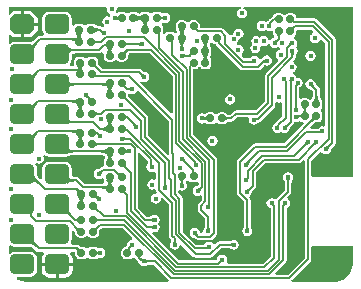
<source format=gbr>
%TF.GenerationSoftware,Altium Limited,Altium Designer,23.9.2 (47)*%
G04 Layer_Physical_Order=4*
G04 Layer_Color=16711680*
%FSLAX45Y45*%
%MOMM*%
%TF.SameCoordinates,AC4A3DE0-5486-420A-B1FF-1F5B93080124*%
%TF.FilePolarity,Positive*%
%TF.FileFunction,Copper,L4,Bot,Signal*%
%TF.Part,Single*%
G01*
G75*
%TA.AperFunction,SMDPad,CuDef*%
G04:AMPARAMS|DCode=25|XSize=0.6mm|YSize=0.6mm|CornerRadius=0.15mm|HoleSize=0mm|Usage=FLASHONLY|Rotation=90.000|XOffset=0mm|YOffset=0mm|HoleType=Round|Shape=RoundedRectangle|*
%AMROUNDEDRECTD25*
21,1,0.60000,0.30000,0,0,90.0*
21,1,0.30000,0.60000,0,0,90.0*
1,1,0.30000,0.15000,0.15000*
1,1,0.30000,0.15000,-0.15000*
1,1,0.30000,-0.15000,-0.15000*
1,1,0.30000,-0.15000,0.15000*
%
%ADD25ROUNDEDRECTD25*%
%TA.AperFunction,Conductor*%
%ADD27C,0.20000*%
%ADD28C,0.15000*%
%TA.AperFunction,ComponentPad*%
G04:AMPARAMS|DCode=30|XSize=1.7mm|YSize=2.1mm|CornerRadius=0.425mm|HoleSize=0mm|Usage=FLASHONLY|Rotation=270.000|XOffset=0mm|YOffset=0mm|HoleType=Round|Shape=RoundedRectangle|*
%AMROUNDEDRECTD30*
21,1,1.70000,1.25001,0,0,270.0*
21,1,0.85000,2.10000,0,0,270.0*
1,1,0.85000,-0.62500,-0.42500*
1,1,0.85000,-0.62500,0.42500*
1,1,0.85000,0.62500,0.42500*
1,1,0.85000,0.62500,-0.42500*
%
%ADD30ROUNDEDRECTD30*%
G04:AMPARAMS|DCode=31|XSize=1.7mm|YSize=2.1mm|CornerRadius=0mm|HoleSize=0mm|Usage=FLASHONLY|Rotation=270.000|XOffset=0mm|YOffset=0mm|HoleType=Round|Shape=Octagon|*
%AMOCTAGOND31*
4,1,8,1.05000,0.42500,1.05000,-0.42500,0.62500,-0.85000,-0.62500,-0.85000,-1.05000,-0.42500,-1.05000,0.42500,-0.62500,0.85000,0.62500,0.85000,1.05000,0.42500,0.0*
%
%ADD31OCTAGOND31*%

%TA.AperFunction,ViaPad*%
%ADD32C,0.45000*%
G36*
X1179266Y2359266D02*
X1228843D01*
X1225263Y2353698D01*
X1219234Y2342992D01*
X1216785Y2337852D01*
X1213747Y2329909D01*
X1214713Y2327144D01*
X1216785Y2322147D01*
X1222060Y2311726D01*
X1225263Y2306301D01*
X1228843Y2300734D01*
X1171158D01*
X1174738Y2306303D01*
X1180769Y2317011D01*
X1183219Y2322151D01*
X1186256Y2330091D01*
X1185292Y2332852D01*
X1183219Y2337849D01*
X1177942Y2348271D01*
X1174738Y2353697D01*
X1174331Y2354331D01*
X1173698Y2354737D01*
X1162990Y2360767D01*
X1157850Y2363217D01*
X1149909Y2366255D01*
X1147146Y2365290D01*
X1142150Y2363217D01*
X1131728Y2357941D01*
X1126302Y2354737D01*
X1120734Y2351157D01*
Y2408842D01*
X1126302Y2405262D01*
X1137010Y2399233D01*
X1142149Y2396783D01*
X1150091Y2393745D01*
X1152855Y2394711D01*
X1157851Y2396783D01*
X1168273Y2402059D01*
X1173698Y2405262D01*
X1179266Y2408842D01*
Y2359266D01*
D02*
G37*
G36*
X874188Y2461056D02*
X872864Y2454400D01*
X876163Y2437817D01*
X885556Y2423759D01*
X899614Y2414366D01*
X905026Y2401060D01*
X894554Y2390437D01*
X880000Y2393333D01*
X863417Y2390034D01*
X849359Y2380641D01*
X839966Y2366583D01*
X836668Y2350000D01*
X839966Y2333417D01*
X848849Y2320123D01*
X849410Y2318777D01*
X849631Y2316249D01*
X845998Y2303566D01*
X841415Y2302589D01*
X840361Y2302445D01*
X835449Y2304455D01*
X829754Y2308260D01*
X818049Y2310588D01*
X818048Y2310588D01*
X813161D01*
X810935Y2311628D01*
X807550Y2311777D01*
X804841Y2312123D01*
X801819Y2312746D01*
X798799Y2313592D01*
X790687Y2316695D01*
X786990Y2318457D01*
X777476Y2323814D01*
X772441Y2327052D01*
X769136Y2327649D01*
X768656Y2327969D01*
X765124Y2328672D01*
X760734Y2330490D01*
X759192Y2329852D01*
X755000Y2330686D01*
X725000D01*
X711344Y2327969D01*
X699766Y2320234D01*
X699020Y2319117D01*
X680980D01*
X680234Y2320234D01*
X668656Y2327969D01*
X655000Y2330686D01*
X625000D01*
X611344Y2327969D01*
X599766Y2320234D01*
X595224Y2313436D01*
X580224Y2317986D01*
Y2368500D01*
X575374Y2392886D01*
X561560Y2413560D01*
X540886Y2427374D01*
X516500Y2432224D01*
X391500D01*
X367113Y2427374D01*
X346440Y2413560D01*
X332626Y2392886D01*
X327775Y2368500D01*
Y2283500D01*
X332626Y2259114D01*
X341664Y2245588D01*
X333646Y2230588D01*
X308001D01*
X308000Y2230588D01*
X296294Y2228259D01*
X286371Y2221629D01*
X286370Y2221628D01*
X260332Y2195590D01*
X257883Y2194633D01*
X251220Y2188236D01*
X245509Y2183253D01*
X240541Y2179419D01*
X236455Y2176739D01*
X234660Y2175806D01*
X223415Y2178042D01*
X222578Y2178389D01*
X222180Y2178224D01*
X97500D01*
X73113Y2173374D01*
X58944Y2163906D01*
X43944Y2171790D01*
Y2236857D01*
X57802Y2242597D01*
X84800Y2215600D01*
X147300D01*
Y2326000D01*
Y2436400D01*
X84800D01*
X57802Y2409402D01*
X43944Y2415142D01*
Y2476056D01*
X862885D01*
X874188Y2461056D01*
D02*
G37*
G36*
X970909Y2388266D02*
X973569Y2387616D01*
X976698Y2387063D01*
X980044Y2386668D01*
X987389Y2386352D01*
X988202Y2371352D01*
X984391Y2371267D01*
X977493Y2370582D01*
X974407Y2369983D01*
X971563Y2369213D01*
X971146Y2369062D01*
X971253Y2360348D01*
X970969Y2362439D01*
X970170Y2364309D01*
X968857Y2365960D01*
X967053Y2367372D01*
X966600Y2367159D01*
X964481Y2365875D01*
X962604Y2364420D01*
X960968Y2362794D01*
X960607Y2369872D01*
X958462Y2370362D01*
X954578Y2370912D01*
X950179Y2371242D01*
X945266Y2371352D01*
Y2386352D01*
X950141Y2386462D01*
X954500Y2386792D01*
X958344Y2387342D01*
X959698Y2387656D01*
X959361Y2394253D01*
X961186Y2392752D01*
X963227Y2391409D01*
X965487Y2390224D01*
X966113Y2389963D01*
X966777Y2390313D01*
X968556Y2391744D01*
X969819Y2393395D01*
X970566Y2395265D01*
X970797Y2397356D01*
X970909Y2388266D01*
D02*
G37*
G36*
X2956055Y1033945D02*
X2640000D01*
X2623183Y1030600D01*
X2623038Y1030503D01*
X2608038Y1038521D01*
Y1172026D01*
X2678937Y1242924D01*
X2698248Y1241022D01*
X2699359Y1239359D01*
X2713417Y1229966D01*
X2730000Y1226668D01*
X2746583Y1229966D01*
X2760640Y1239359D01*
X2770034Y1253417D01*
X2772470Y1265666D01*
X2774120Y1269147D01*
X2774174Y1270238D01*
X2774176Y1270248D01*
X2774259Y1270548D01*
X2774494Y1271157D01*
X2774941Y1272069D01*
X2775647Y1273266D01*
X2776472Y1274468D01*
X2779774Y1278468D01*
X2781850Y1280636D01*
X2782844Y1283191D01*
X2803428Y1303776D01*
X2809506Y1312872D01*
X2811641Y1323602D01*
Y2196398D01*
X2809507Y2207128D01*
X2803428Y2216224D01*
X2649826Y2369826D01*
X2640730Y2375904D01*
X2630000Y2378039D01*
X2480686D01*
Y2385000D01*
X2477969Y2398656D01*
X2470234Y2410234D01*
X2458656Y2417969D01*
X2445000Y2420686D01*
X2415000D01*
X2401344Y2417969D01*
X2389766Y2410234D01*
X2389020Y2409117D01*
X2370980D01*
X2370234Y2410234D01*
X2358656Y2417969D01*
X2345000Y2420686D01*
X2315000D01*
X2301344Y2417969D01*
X2289767Y2410234D01*
X2282031Y2398656D01*
X2281552Y2396251D01*
X2279801Y2395902D01*
X2270704Y2389824D01*
X2253923Y2373043D01*
X2251294Y2371982D01*
X2244197Y2365011D01*
X2236022Y2357468D01*
X2232493Y2354555D01*
X2231750Y2354013D01*
X2231731Y2354000D01*
X2231478Y2353874D01*
X2231412Y2353797D01*
X2230797Y2353406D01*
X2229626Y2351732D01*
X2228954Y2350955D01*
X2219187Y2344429D01*
X2205240Y2353748D01*
X2188658Y2357047D01*
X2172075Y2353748D01*
X2158017Y2344355D01*
X2148624Y2330297D01*
X2145325Y2313714D01*
X2148624Y2297132D01*
X2158017Y2283074D01*
X2172075Y2273680D01*
X2188658Y2270382D01*
X2205240Y2273680D01*
X2219149Y2282975D01*
X2233097Y2273655D01*
X2249679Y2270357D01*
X2264314Y2273268D01*
X2271480Y2270866D01*
X2279314Y2266678D01*
Y2255000D01*
X2282031Y2241344D01*
X2289767Y2229767D01*
X2291931Y2228321D01*
X2292037Y2228065D01*
X2292217Y2227621D01*
X2292263Y2227498D01*
X2292362Y2227166D01*
X2292572Y2219261D01*
X2289593Y2211842D01*
X2280505Y2210035D01*
X2266447Y2200641D01*
X2260587Y2191872D01*
X2244663Y2195040D01*
X2243336Y2201712D01*
X2233943Y2215770D01*
X2219885Y2225164D01*
X2203302Y2228462D01*
X2186720Y2225164D01*
X2172662Y2215770D01*
X2171755Y2214413D01*
X2157871Y2223690D01*
X2141288Y2226989D01*
X2124705Y2223690D01*
X2110648Y2214297D01*
X2101254Y2200239D01*
X2097956Y2183656D01*
X2101254Y2167074D01*
X2107404Y2157869D01*
X2101325Y2153807D01*
X2091931Y2139749D01*
X2088633Y2123167D01*
X2091931Y2106584D01*
X2101325Y2092526D01*
X2115383Y2083133D01*
X2131965Y2079834D01*
X2148548Y2083133D01*
X2162606Y2092526D01*
X2171999Y2106584D01*
X2175298Y2123167D01*
X2172655Y2136453D01*
X2180987Y2144394D01*
X2184812Y2146370D01*
X2186720Y2145096D01*
X2203302Y2141797D01*
X2219885Y2145096D01*
X2233943Y2154489D01*
X2239802Y2163258D01*
X2255726Y2160091D01*
X2257053Y2153418D01*
X2266447Y2139360D01*
X2280505Y2129967D01*
X2297087Y2126668D01*
X2313670Y2129967D01*
X2326616Y2138617D01*
X2330039Y2133494D01*
X2340232Y2126683D01*
X2338599Y2111065D01*
X2333417Y2110034D01*
X2319360Y2100640D01*
X2309966Y2086583D01*
X2306668Y2070000D01*
X2309966Y2053417D01*
X2319360Y2039359D01*
X2324835Y2035701D01*
X2327384Y2017036D01*
X2220174Y1909826D01*
X2214096Y1900730D01*
X2211962Y1890000D01*
Y1671614D01*
X2138386Y1598038D01*
X1970000D01*
X1959270Y1595904D01*
X1950174Y1589826D01*
X1918388Y1558040D01*
X1912994D01*
X1910501Y1559143D01*
X1904918Y1559277D01*
X1900749Y1559612D01*
X1897581Y1560093D01*
X1896897Y1560261D01*
X1893934Y1564694D01*
X1892714Y1567641D01*
X1891680Y1568069D01*
X1890233Y1570234D01*
X1878656Y1577969D01*
X1865000Y1580686D01*
X1835000D01*
X1821344Y1577969D01*
X1809766Y1570234D01*
X1809020Y1569117D01*
X1790980D01*
X1790234Y1570234D01*
X1778656Y1577969D01*
X1765000Y1580686D01*
X1735000D01*
X1721344Y1577969D01*
X1709767Y1570234D01*
X1696582Y1570034D01*
X1680000Y1573332D01*
X1663417Y1570034D01*
X1649359Y1560641D01*
X1639966Y1546583D01*
X1636668Y1530000D01*
X1639966Y1513417D01*
X1649359Y1499359D01*
X1663417Y1489966D01*
X1680000Y1486668D01*
X1696582Y1489966D01*
X1709767Y1489766D01*
X1721344Y1482031D01*
X1735000Y1479314D01*
X1765000D01*
X1778656Y1482031D01*
X1790234Y1489766D01*
X1790980Y1490883D01*
X1809020D01*
X1809766Y1489766D01*
X1821344Y1482031D01*
X1835000Y1479314D01*
X1865000D01*
X1878656Y1482031D01*
X1890233Y1489766D01*
X1891683Y1491936D01*
X1892718Y1492365D01*
X1893939Y1495312D01*
X1896900Y1499743D01*
X1897582Y1499911D01*
X1900750Y1500391D01*
X1904918Y1500726D01*
X1910501Y1500860D01*
X1912994Y1501963D01*
X1930002D01*
X1940732Y1504098D01*
X1949828Y1510176D01*
X1981614Y1541961D01*
X2066893D01*
X2078052Y1526961D01*
X2076668Y1520000D01*
X2079966Y1503417D01*
X2089360Y1489359D01*
X2103417Y1479966D01*
X2120000Y1476668D01*
X2136583Y1479966D01*
X2150641Y1489359D01*
X2153867Y1494189D01*
X2162550Y1495915D01*
X2171646Y1501993D01*
X2289826Y1620174D01*
X2295904Y1629270D01*
X2298039Y1640000D01*
Y1662491D01*
X2313039Y1670508D01*
X2317365Y1667617D01*
X2333948Y1664319D01*
X2346961Y1666907D01*
X2361961Y1658588D01*
Y1547736D01*
X2305914Y1491689D01*
X2305021Y1490353D01*
X2303417Y1490034D01*
X2289359Y1480640D01*
X2279966Y1466583D01*
X2276668Y1450000D01*
X2279966Y1433417D01*
X2289359Y1419359D01*
X2303417Y1409966D01*
X2320000Y1406667D01*
X2336583Y1409966D01*
X2350000Y1418931D01*
X2363417Y1409966D01*
X2380000Y1406667D01*
X2396583Y1409966D01*
X2410641Y1419359D01*
X2420034Y1433417D01*
X2422470Y1445666D01*
X2424120Y1449147D01*
X2424174Y1450238D01*
X2424176Y1450248D01*
X2424259Y1450548D01*
X2424494Y1451157D01*
X2424941Y1452069D01*
X2425647Y1453266D01*
X2426472Y1454468D01*
X2429774Y1458468D01*
X2431850Y1460636D01*
X2432844Y1463191D01*
X2453081Y1483428D01*
X2459159Y1492524D01*
X2459299Y1493232D01*
X2463418Y1499966D01*
X2480000Y1496668D01*
X2496583Y1499966D01*
X2510508Y1509271D01*
X2521344Y1502031D01*
X2535000Y1499314D01*
X2540063D01*
X2545804Y1485456D01*
X2378386Y1318039D01*
X2130000D01*
X2119270Y1315904D01*
X2110174Y1309826D01*
X1982805Y1182457D01*
X1976727Y1173361D01*
X1974592Y1162631D01*
Y897369D01*
X1976727Y886639D01*
X1982805Y877543D01*
X2037073Y823274D01*
Y623384D01*
X2035969Y620874D01*
X2035898Y617589D01*
X2035726Y615121D01*
X2035465Y613006D01*
X2035144Y611278D01*
X2034797Y609934D01*
X2034468Y608971D01*
X2034203Y608373D01*
X2034051Y608104D01*
X2034044Y608095D01*
X2033311Y607285D01*
X2032015Y603656D01*
X2025078Y593273D01*
X2021779Y576690D01*
X2025078Y560108D01*
X2034471Y546050D01*
X2048529Y536657D01*
X2065112Y533358D01*
X2081694Y536657D01*
X2095752Y546050D01*
X2105146Y560108D01*
X2108444Y576690D01*
X2105146Y593273D01*
X2098208Y603656D01*
X2096913Y607285D01*
X2096179Y608095D01*
X2096173Y608104D01*
X2096020Y608374D01*
X2095756Y608972D01*
X2095426Y609933D01*
X2095080Y611277D01*
X2094813Y612714D01*
X2094320Y617873D01*
X2094254Y620874D01*
X2093150Y623384D01*
Y834888D01*
X2091016Y845618D01*
X2084938Y854715D01*
X2082616Y857036D01*
X2085165Y875701D01*
X2090640Y879359D01*
X2100034Y893417D01*
X2102470Y905666D01*
X2104120Y909147D01*
X2104174Y910238D01*
X2104176Y910248D01*
X2104259Y910548D01*
X2104494Y911157D01*
X2104941Y912069D01*
X2105647Y913266D01*
X2106472Y914468D01*
X2109774Y918468D01*
X2111850Y920636D01*
X2112844Y923191D01*
X2129826Y940174D01*
X2135904Y949270D01*
X2138039Y960000D01*
Y1073534D01*
X2216466Y1151961D01*
X2500000D01*
X2510730Y1154096D01*
X2519826Y1160174D01*
X2536961Y1177309D01*
X2551961Y1171095D01*
Y351614D01*
X2408386Y208038D01*
X2307289D01*
X2301549Y221896D01*
X2389826Y310174D01*
X2395904Y319270D01*
X2398039Y330000D01*
Y769354D01*
X2402730Y770287D01*
X2416788Y779681D01*
X2426181Y793739D01*
X2429480Y810321D01*
X2426181Y826904D01*
X2416788Y840962D01*
X2407820Y846954D01*
X2403904Y864252D01*
X2429826Y890174D01*
X2435904Y899270D01*
X2438039Y910000D01*
Y983306D01*
X2439143Y985816D01*
X2439214Y989101D01*
X2439386Y991569D01*
X2439647Y993685D01*
X2439968Y995413D01*
X2440315Y996757D01*
X2440644Y997719D01*
X2440909Y998317D01*
X2441061Y998586D01*
X2441068Y998595D01*
X2441801Y999406D01*
X2443096Y1003035D01*
X2450034Y1013417D01*
X2453332Y1030000D01*
X2450034Y1046583D01*
X2440641Y1060641D01*
X2426583Y1070034D01*
X2410000Y1073332D01*
X2393417Y1070034D01*
X2379359Y1060641D01*
X2369966Y1046583D01*
X2366668Y1030000D01*
X2369966Y1013417D01*
X2376904Y1003035D01*
X2378199Y999406D01*
X2378932Y998595D01*
X2378939Y998587D01*
X2379092Y998316D01*
X2379356Y997719D01*
X2379685Y996757D01*
X2380032Y995413D01*
X2380299Y993977D01*
X2380792Y988818D01*
X2380857Y985816D01*
X2381961Y983307D01*
Y921614D01*
X2310840Y850493D01*
X2310146Y849822D01*
X2291203Y846947D01*
X2286583Y850034D01*
X2270000Y853332D01*
X2253417Y850034D01*
X2239360Y840640D01*
X2229966Y826583D01*
X2226668Y810000D01*
X2229966Y793417D01*
X2239360Y779359D01*
X2253417Y769966D01*
X2261961Y768266D01*
Y361614D01*
X2198386Y298039D01*
X1897799D01*
X1889781Y313038D01*
X1890034Y313417D01*
X1893333Y330000D01*
X1890034Y346583D01*
X1880641Y360641D01*
X1866583Y370034D01*
X1850000Y373333D01*
X1833417Y370034D01*
X1819360Y360641D01*
X1809966Y346583D01*
X1806668Y330000D01*
X1792148Y328038D01*
X1488893D01*
X1261971Y554960D01*
X1269360Y568784D01*
X1280000Y566668D01*
X1296583Y569966D01*
X1310641Y579360D01*
X1320034Y593417D01*
X1323332Y610000D01*
X1320034Y626583D01*
X1311068Y640000D01*
X1320034Y653417D01*
X1323332Y670000D01*
X1320034Y686583D01*
X1310641Y700640D01*
X1296583Y710034D01*
X1280000Y713332D01*
X1263417Y710034D01*
X1253035Y703096D01*
X1249406Y701801D01*
X1248595Y701068D01*
X1248587Y701061D01*
X1248316Y700908D01*
X1247719Y700644D01*
X1246757Y700315D01*
X1245413Y699968D01*
X1243977Y699701D01*
X1238818Y699208D01*
X1235816Y699143D01*
X1233307Y698038D01*
X1211614D01*
X1138039Y771614D01*
Y1235137D01*
X1151897Y1240877D01*
X1221961Y1170812D01*
Y1160374D01*
X1220856Y1157835D01*
X1220800Y1154754D01*
X1220370Y1149258D01*
X1220093Y1147402D01*
X1219727Y1145608D01*
X1219329Y1144108D01*
X1218923Y1142902D01*
X1218538Y1141984D01*
X1218201Y1141329D01*
X1217410Y1140067D01*
X1216742Y1136124D01*
X1214212Y1132337D01*
X1210914Y1115754D01*
X1214212Y1099172D01*
X1223605Y1085114D01*
X1237663Y1075720D01*
X1254246Y1072422D01*
X1270829Y1075720D01*
X1276961Y1079818D01*
X1291961Y1071800D01*
Y1017799D01*
X1276961Y1009781D01*
X1276583Y1010034D01*
X1260000Y1013332D01*
X1243417Y1010034D01*
X1229359Y1000641D01*
X1219966Y986583D01*
X1216668Y970000D01*
X1219966Y953417D01*
X1229359Y939360D01*
X1243417Y929966D01*
X1260000Y926668D01*
X1276583Y929966D01*
X1276961Y930219D01*
X1283475Y928543D01*
X1292692Y922690D01*
X1294096Y915631D01*
X1300121Y906613D01*
X1300063Y906331D01*
X1292699Y892796D01*
X1290000Y893332D01*
X1273417Y890034D01*
X1259359Y880641D01*
X1249966Y866583D01*
X1246668Y850000D01*
X1249966Y833417D01*
X1259359Y819360D01*
X1273417Y809966D01*
X1290000Y806668D01*
X1306583Y809966D01*
X1320640Y819360D01*
X1330034Y833417D01*
X1333332Y850000D01*
X1332795Y852699D01*
X1346620Y860088D01*
X1401962Y804746D01*
Y535148D01*
X1404096Y524418D01*
X1410174Y515321D01*
X1420996Y504499D01*
X1420857Y504184D01*
X1420786Y500899D01*
X1420614Y498431D01*
X1420353Y496315D01*
X1420032Y494587D01*
X1419685Y493243D01*
X1419356Y492281D01*
X1419091Y491683D01*
X1418939Y491414D01*
X1418932Y491405D01*
X1418199Y490594D01*
X1416903Y486965D01*
X1409966Y476583D01*
X1406667Y460000D01*
X1409966Y443417D01*
X1419359Y429360D01*
X1433417Y419966D01*
X1450000Y416668D01*
X1466583Y419966D01*
X1480640Y429360D01*
X1490034Y443417D01*
X1492233Y454475D01*
X1506829Y460364D01*
X1507538Y460383D01*
X1607748Y360174D01*
X1616844Y354096D01*
X1627574Y351961D01*
X1750000D01*
X1760730Y354096D01*
X1769826Y360174D01*
X1841614Y431962D01*
X1903307D01*
X1905818Y430857D01*
X1909101Y430786D01*
X1911569Y430615D01*
X1913685Y430353D01*
X1915413Y430032D01*
X1916757Y429685D01*
X1917719Y429356D01*
X1918317Y429091D01*
X1918586Y428939D01*
X1918595Y428932D01*
X1919406Y428199D01*
X1923035Y426904D01*
X1933417Y419966D01*
X1950000Y416668D01*
X1966583Y419966D01*
X1980640Y429360D01*
X1990034Y443417D01*
X1993332Y460000D01*
X1990034Y476583D01*
X1980640Y490641D01*
X1966583Y500034D01*
X1950000Y503332D01*
X1933417Y500034D01*
X1923035Y493097D01*
X1919406Y491801D01*
X1918595Y491068D01*
X1918587Y491062D01*
X1918316Y490909D01*
X1917719Y490644D01*
X1916757Y490315D01*
X1915413Y489968D01*
X1913977Y489701D01*
X1908818Y489208D01*
X1905818Y489143D01*
X1903307Y488039D01*
X1830000D01*
X1819270Y485904D01*
X1810174Y479826D01*
X1793334Y462986D01*
X1774688Y465554D01*
X1770997Y471078D01*
X1756939Y480471D01*
X1740357Y483770D01*
X1723774Y480471D01*
X1709716Y471078D01*
X1702059Y459618D01*
X1700577Y459400D01*
X1698336Y459221D01*
X1695026Y459141D01*
X1693639Y458527D01*
X1692164Y458881D01*
X1690788Y458038D01*
X1631614D01*
X1518039Y571614D01*
Y850000D01*
X1515904Y860730D01*
X1509826Y869826D01*
X1480379Y899273D01*
X1481596Y911198D01*
X1495293Y919593D01*
X1510000Y916668D01*
X1526583Y919966D01*
X1540641Y929360D01*
X1550034Y943417D01*
X1553332Y960000D01*
X1550034Y976583D01*
X1547455Y980443D01*
X1546570Y985446D01*
X1546952Y989685D01*
X1549449Y998913D01*
X1550234Y999767D01*
X1550980Y1000883D01*
X1569020D01*
X1569766Y999766D01*
X1581344Y992031D01*
X1595000Y989314D01*
X1625000D01*
X1636961Y991694D01*
X1640424Y990815D01*
X1651961Y982881D01*
Y963794D01*
X1651538Y963464D01*
X1650088Y962468D01*
X1648891Y961762D01*
X1647975Y961313D01*
X1647369Y961079D01*
X1647068Y960996D01*
X1647057Y960994D01*
X1645966Y960939D01*
X1642486Y959290D01*
X1630237Y956854D01*
X1616179Y947460D01*
X1606786Y933402D01*
X1603487Y916820D01*
X1606786Y900237D01*
X1616179Y886179D01*
X1630237Y876786D01*
X1646820Y873487D01*
X1663402Y876786D01*
X1666961Y879164D01*
X1681961Y871146D01*
Y841614D01*
X1651712Y811364D01*
X1645634Y802268D01*
X1643499Y791538D01*
Y758463D01*
X1645634Y747733D01*
X1651712Y738636D01*
X1706962Y683386D01*
Y625119D01*
X1705857Y622609D01*
X1705786Y619324D01*
X1705615Y616856D01*
X1705353Y614741D01*
X1705032Y613012D01*
X1704685Y611668D01*
X1704356Y610706D01*
X1704091Y610108D01*
X1703939Y609839D01*
X1703932Y609830D01*
X1703199Y609019D01*
X1701904Y605390D01*
X1694966Y595008D01*
X1691668Y578425D01*
X1692770Y572887D01*
X1680943Y557886D01*
X1664393D01*
X1663913Y558644D01*
X1663629Y559179D01*
X1663409Y559948D01*
X1663321Y560058D01*
X1660034Y576583D01*
X1650641Y590640D01*
X1636583Y600034D01*
X1620000Y603332D01*
X1603417Y600034D01*
X1589360Y590640D01*
X1579966Y576583D01*
X1576668Y560000D01*
X1579966Y543417D01*
X1589360Y529359D01*
X1603417Y519966D01*
X1619942Y516679D01*
X1620052Y516591D01*
X1620821Y516371D01*
X1621355Y516088D01*
X1622355Y515453D01*
X1623520Y514604D01*
X1627534Y511172D01*
X1629809Y508974D01*
X1634889Y506972D01*
X1639422Y503944D01*
X1650152Y501809D01*
X1752155D01*
X1762885Y503944D01*
X1771981Y510022D01*
X1799826Y537867D01*
X1805904Y546963D01*
X1808039Y557693D01*
Y1179705D01*
X1805904Y1190434D01*
X1799826Y1199531D01*
X1608038Y1391319D01*
Y1949314D01*
X1625000D01*
X1638656Y1952031D01*
X1650234Y1959766D01*
X1650980Y1960883D01*
X1669020D01*
X1669766Y1959766D01*
X1681344Y1952031D01*
X1695000Y1949314D01*
X1725000D01*
X1738656Y1952031D01*
X1750233Y1959766D01*
X1757969Y1971344D01*
X1760686Y1985000D01*
Y2015000D01*
X1759852Y2019192D01*
X1760490Y2020734D01*
X1758672Y2025124D01*
X1757969Y2028656D01*
X1757648Y2029136D01*
X1757051Y2032441D01*
X1753692Y2037666D01*
X1751057Y2042129D01*
X1747047Y2050051D01*
X1748458Y2053011D01*
X1753814Y2062523D01*
X1757052Y2067559D01*
X1757649Y2070864D01*
X1757969Y2071344D01*
X1758672Y2074876D01*
X1760490Y2079266D01*
X1759852Y2080808D01*
X1760686Y2085000D01*
Y2115000D01*
X1759852Y2119192D01*
X1760490Y2120734D01*
X1758672Y2125124D01*
X1757969Y2128656D01*
X1757648Y2129136D01*
X1757051Y2132441D01*
X1753692Y2137667D01*
X1751057Y2142129D01*
X1746466Y2151199D01*
X1744970Y2154804D01*
X1746695Y2159313D01*
X1748458Y2163012D01*
X1752017Y2169331D01*
X1761105Y2171281D01*
X1769735Y2169813D01*
X1769766Y2169766D01*
X1781344Y2162031D01*
X1795000Y2159314D01*
X1797321D01*
X1803340Y2150306D01*
X2005432Y1948214D01*
X2014529Y1942136D01*
X2025259Y1940001D01*
X2158040D01*
X2168770Y1942136D01*
X2177866Y1948214D01*
X2204424Y1974771D01*
X2205042Y1974854D01*
X2206665Y1976975D01*
X2209156Y1977942D01*
X2211608Y1980288D01*
X2212188Y1980788D01*
X2213417Y1979966D01*
X2230000Y1976668D01*
X2246583Y1979966D01*
X2260641Y1989359D01*
X2270034Y2003417D01*
X2273333Y2020000D01*
X2270034Y2036583D01*
X2260641Y2050641D01*
X2246583Y2060034D01*
X2230000Y2063332D01*
X2213417Y2060034D01*
X2199360Y2050641D01*
X2196545Y2046428D01*
X2194792Y2045715D01*
X2181004Y2032101D01*
X2174706Y2032794D01*
X2163789Y2036183D01*
X2155975Y2047879D01*
X2141917Y2057272D01*
X2125334Y2060570D01*
X2108751Y2057272D01*
X2094694Y2047879D01*
X2088342Y2038373D01*
X2037640D01*
X2017076Y2058937D01*
X2018978Y2078249D01*
X2020641Y2079360D01*
X2030034Y2093417D01*
X2033332Y2110000D01*
X2030034Y2126583D01*
X2020641Y2140641D01*
X2006583Y2150034D01*
X1990000Y2153332D01*
X1981050Y2151552D01*
X1975197Y2165682D01*
X1980640Y2169319D01*
X1990033Y2183377D01*
X1993332Y2199959D01*
X1992586Y2203707D01*
X2006046Y2206384D01*
X2020104Y2215778D01*
X2029497Y2229836D01*
X2032796Y2246418D01*
X2029497Y2263001D01*
X2020104Y2277059D01*
X2006046Y2286452D01*
X1989463Y2289751D01*
X1972881Y2286452D01*
X1958823Y2277059D01*
X1949429Y2263001D01*
X1946131Y2246418D01*
X1946876Y2242670D01*
X1933417Y2239993D01*
X1922737Y2232857D01*
X1910692Y2235693D01*
X1906405Y2238212D01*
X1905904Y2240730D01*
X1899826Y2249826D01*
X1859826Y2289826D01*
X1850730Y2295904D01*
X1840000Y2298039D01*
X1675184D01*
X1671150Y2299082D01*
X1660879Y2306001D01*
X1660686Y2306286D01*
Y2325000D01*
X1657969Y2338656D01*
X1650233Y2350234D01*
X1638656Y2357969D01*
X1625000Y2360686D01*
X1595000D01*
X1581344Y2357969D01*
X1569766Y2350234D01*
X1569020Y2349117D01*
X1550980D01*
X1550234Y2350234D01*
X1538656Y2357969D01*
X1525000Y2360686D01*
X1495000D01*
X1481344Y2357969D01*
X1469766Y2350234D01*
X1462031Y2338656D01*
X1459314Y2325000D01*
Y2295000D01*
X1460148Y2290808D01*
X1459510Y2289266D01*
X1461328Y2284876D01*
X1462031Y2281344D01*
X1462351Y2280864D01*
X1462948Y2277559D01*
X1466308Y2272334D01*
X1468941Y2267873D01*
X1470778Y2264245D01*
X1464716Y2252008D01*
X1449752Y2250555D01*
X1438656Y2257969D01*
X1425000Y2260685D01*
X1395000D01*
X1381344Y2257969D01*
X1369766Y2250233D01*
X1366507Y2245356D01*
X1350489Y2248110D01*
X1347969Y2251344D01*
X1350686Y2265000D01*
Y2295000D01*
X1347969Y2308656D01*
X1340234Y2320233D01*
X1339117Y2320980D01*
Y2339020D01*
X1340233Y2339766D01*
X1353418Y2339966D01*
X1370000Y2336668D01*
X1386583Y2339966D01*
X1400641Y2349360D01*
X1410034Y2363417D01*
X1413332Y2380000D01*
X1410034Y2396583D01*
X1400641Y2410641D01*
X1386583Y2420034D01*
X1370000Y2423332D01*
X1353418Y2420034D01*
X1340233Y2420233D01*
X1328656Y2427969D01*
X1315000Y2430686D01*
X1285000D01*
X1271344Y2427969D01*
X1259766Y2420233D01*
X1259020Y2419117D01*
X1240980D01*
X1240234Y2420233D01*
X1228656Y2427969D01*
X1215000Y2430686D01*
X1185000D01*
X1180808Y2429852D01*
X1179266Y2430490D01*
X1174876Y2428672D01*
X1171344Y2427969D01*
X1170864Y2427648D01*
X1167560Y2427052D01*
X1162334Y2423692D01*
X1157873Y2421058D01*
X1149949Y2417047D01*
X1146990Y2418457D01*
X1137476Y2423814D01*
X1132441Y2427052D01*
X1129136Y2427648D01*
X1128656Y2427969D01*
X1125124Y2428672D01*
X1120734Y2430490D01*
X1119192Y2429852D01*
X1115000Y2430686D01*
X1085000D01*
X1071344Y2427969D01*
X1059766Y2420233D01*
X1059020Y2419117D01*
X1040980D01*
X1040234Y2420233D01*
X1028656Y2427969D01*
X1015000Y2430686D01*
X985000D01*
X971344Y2427969D01*
X964744Y2423559D01*
X953935Y2434368D01*
X953932Y2434378D01*
X956230Y2437817D01*
X959529Y2454400D01*
X958205Y2461056D01*
X969508Y2476056D01*
X2007077D01*
X2008555Y2461056D01*
X2003417Y2460034D01*
X1989359Y2450641D01*
X1979966Y2436583D01*
X1976668Y2420000D01*
X1979966Y2403417D01*
X1989359Y2389359D01*
X2003417Y2379966D01*
X2020000Y2376668D01*
X2036583Y2379966D01*
X2050641Y2389359D01*
X2060034Y2403417D01*
X2063332Y2420000D01*
X2060034Y2436583D01*
X2050641Y2450641D01*
X2036583Y2460034D01*
X2031446Y2461056D01*
X2032923Y2476056D01*
X2956055D01*
Y1033945D01*
D02*
G37*
G36*
X1327734Y2399513D02*
X1328712Y2396992D01*
X1330340Y2394767D01*
X1332620Y2392839D01*
X1335552Y2391208D01*
X1339135Y2389873D01*
X1341722Y2389239D01*
X1342978Y2389563D01*
X1345627Y2390470D01*
X1348048Y2391543D01*
X1350239Y2392780D01*
X1352200Y2394183D01*
X1353932Y2395750D01*
Y2387645D01*
X1359983Y2387500D01*
Y2372500D01*
X1353932Y2372355D01*
Y2364250D01*
X1352200Y2365818D01*
X1350238Y2367220D01*
X1348047Y2368458D01*
X1345627Y2369530D01*
X1342977Y2370438D01*
X1341722Y2370762D01*
X1339135Y2370127D01*
X1335553Y2368793D01*
X1332621Y2367161D01*
X1330341Y2365233D01*
X1328712Y2363009D01*
X1327735Y2360488D01*
X1327409Y2357670D01*
X1327409Y2372476D01*
X1326287Y2372500D01*
Y2387500D01*
X1327409Y2387525D01*
X1327409Y2402331D01*
X1327734Y2399513D01*
D02*
G37*
G36*
X2278888Y2347748D02*
X2276187Y2344915D01*
X2273872Y2342202D01*
X2271942Y2339608D01*
X2270399Y2337135D01*
X2269241Y2334781D01*
X2268468Y2332548D01*
X2268082Y2330435D01*
X2268081Y2328442D01*
X2268465Y2326569D01*
X2269236Y2324816D01*
X2241186Y2334525D01*
X2242431Y2335149D01*
X2243961Y2336124D01*
X2245776Y2337449D01*
X2250261Y2341151D01*
X2259127Y2349332D01*
X2266464Y2356538D01*
X2278888Y2347748D01*
D02*
G37*
G36*
X2475303Y2304697D02*
X2471371Y2300658D01*
X2462736Y2290418D01*
X2460910Y2287630D01*
X2459611Y2285154D01*
X2458838Y2282991D01*
X2458592Y2281140D01*
X2458872Y2279601D01*
X2459678Y2278375D01*
X2438375Y2299678D01*
X2439601Y2298872D01*
X2441139Y2298592D01*
X2442990Y2298838D01*
X2445154Y2299611D01*
X2447630Y2300911D01*
X2450418Y2302736D01*
X2453519Y2305088D01*
X2460658Y2311372D01*
X2464696Y2315303D01*
X2475303Y2304697D01*
D02*
G37*
G36*
X1638872Y2300397D02*
X1638592Y2298859D01*
X1638838Y2297009D01*
X1639611Y2294846D01*
X1640910Y2292370D01*
X1642736Y2289582D01*
X1645088Y2286481D01*
X1651371Y2279343D01*
X1655302Y2275305D01*
X1644695Y2264698D01*
X1640657Y2268629D01*
X1630418Y2277264D01*
X1627630Y2279090D01*
X1625154Y2280389D01*
X1622991Y2281162D01*
X1621141Y2281408D01*
X1619602Y2281128D01*
X1618376Y2280322D01*
X1639678Y2301623D01*
X1638872Y2300397D01*
D02*
G37*
G36*
X827239Y2284971D02*
X836524Y2276834D01*
X837059Y2276610D01*
X837395Y2276620D01*
X825571Y2258219D01*
X825426Y2258386D01*
X824260Y2259590D01*
X810978Y2272929D01*
X825120Y2287072D01*
X827239Y2284971D01*
D02*
G37*
G36*
X766302Y2305263D02*
X777010Y2299233D01*
X782149Y2296784D01*
X791999Y2293015D01*
X796709Y2291696D01*
X801277Y2290754D01*
X805701Y2290189D01*
X809983Y2290001D01*
Y2270001D01*
X805701Y2269812D01*
X801277Y2269247D01*
X796710Y2268305D01*
X791999Y2266986D01*
X787146Y2265290D01*
X782150Y2263217D01*
X771728Y2257941D01*
X766302Y2254738D01*
X760734Y2251158D01*
Y2308842D01*
X766302Y2305263D01*
D02*
G37*
G36*
X1535262Y2283698D02*
X1529233Y2272990D01*
X1526783Y2267850D01*
X1523745Y2259909D01*
X1524710Y2257146D01*
X1526783Y2252149D01*
X1532059Y2241727D01*
X1535262Y2236302D01*
X1538842Y2230733D01*
X1481157D01*
X1484737Y2236302D01*
X1490767Y2247009D01*
X1493216Y2252149D01*
X1496255Y2260091D01*
X1495289Y2262855D01*
X1493216Y2267851D01*
X1487941Y2278273D01*
X1484737Y2283698D01*
X1481158Y2289266D01*
X1538842D01*
X1535262Y2283698D01*
D02*
G37*
G36*
X2352329Y2242590D02*
X2349511Y2242264D01*
X2346989Y2241287D01*
X2344765Y2239659D01*
X2342837Y2237379D01*
X2341206Y2234447D01*
X2339871Y2230864D01*
X2338833Y2226630D01*
X2338091Y2221744D01*
X2337646Y2216206D01*
X2337498Y2210017D01*
X2322498D01*
X2322350Y2216207D01*
X2321905Y2221744D01*
X2321163Y2226631D01*
X2320125Y2230865D01*
X2318790Y2234448D01*
X2317159Y2237380D01*
X2315231Y2239661D01*
X2313006Y2241290D01*
X2310485Y2242267D01*
X2307667Y2242593D01*
X2352329Y2242590D01*
D02*
G37*
G36*
X665262Y2253698D02*
X659232Y2242989D01*
X656783Y2237850D01*
X653744Y2229909D01*
X654710Y2227147D01*
X656783Y2222150D01*
X662059Y2211728D01*
X665262Y2206302D01*
X668842Y2200734D01*
X621605D01*
X610322Y2170000D01*
X611240Y2173800D01*
X611059Y2177200D01*
X609778Y2180200D01*
X607397Y2182800D01*
X603917Y2185000D01*
X599336Y2186800D01*
X593656Y2188200D01*
X586876Y2189200D01*
X578997Y2189800D01*
X570017Y2190000D01*
X571012Y2210000D01*
X616812Y2209985D01*
X620767Y2217009D01*
X623216Y2222148D01*
X626255Y2230091D01*
X625289Y2232855D01*
X623216Y2237852D01*
X617940Y2248273D01*
X614737Y2253698D01*
X611158Y2259266D01*
X668842D01*
X665262Y2253698D01*
D02*
G37*
G36*
X2333300Y2195607D02*
X2330674Y2192864D01*
X2326258Y2187515D01*
X2324468Y2184908D01*
X2322957Y2182347D01*
X2321725Y2179832D01*
X2320772Y2177362D01*
X2320098Y2174937D01*
X2319702Y2172559D01*
X2319586Y2170226D01*
X2297312Y2192500D01*
X2299645Y2192616D01*
X2302024Y2193011D01*
X2304449Y2193685D01*
X2306918Y2194638D01*
X2309434Y2195870D01*
X2311995Y2197381D01*
X2314601Y2199171D01*
X2317253Y2201240D01*
X2319951Y2203587D01*
X2322694Y2206214D01*
X2333300Y2195607D01*
D02*
G37*
G36*
X767734Y2199514D02*
X768711Y2196992D01*
X770340Y2194768D01*
X772620Y2192840D01*
X775552Y2191208D01*
X779135Y2189874D01*
X783370Y2188835D01*
X788256Y2188094D01*
X793794Y2187649D01*
X799983Y2187501D01*
Y2172501D01*
X793794Y2172353D01*
X788256Y2171908D01*
X783370Y2171166D01*
X779136Y2170128D01*
X775552Y2168793D01*
X772621Y2167162D01*
X770341Y2165234D01*
X768712Y2163009D01*
X767735Y2160488D01*
X767409Y2157670D01*
X767408Y2202331D01*
X767734Y2199514D01*
D02*
G37*
G36*
X287018Y2164876D02*
X280264Y2157841D01*
X269773Y2145108D01*
X266036Y2139410D01*
X263305Y2134158D01*
X261581Y2129350D01*
X260862Y2124989D01*
X261149Y2121073D01*
X262442Y2117602D01*
X264742Y2114577D01*
X222578Y2156741D01*
X225603Y2154442D01*
X229073Y2153149D01*
X232989Y2152862D01*
X237351Y2153580D01*
X242158Y2155305D01*
X247410Y2158036D01*
X253108Y2161772D01*
X259252Y2166515D01*
X265841Y2172264D01*
X272876Y2179018D01*
X287018Y2164876D01*
D02*
G37*
G36*
X2438117Y2144087D02*
X2436102Y2144623D01*
X2433999Y2144802D01*
X2431808Y2144624D01*
X2429528Y2144089D01*
X2427160Y2143198D01*
X2424704Y2141950D01*
X2422159Y2140345D01*
X2419526Y2138383D01*
X2416805Y2136064D01*
X2413995Y2133389D01*
X2407411Y2148018D01*
X2410054Y2150730D01*
X2416708Y2158434D01*
X2418501Y2160857D01*
X2421452Y2165488D01*
X2422610Y2167695D01*
X2423555Y2169830D01*
X2424288Y2171892D01*
X2438117Y2144087D01*
D02*
G37*
G36*
X1151994Y2143648D02*
X1150471Y2145330D01*
X1148692Y2146835D01*
X1146658Y2148163D01*
X1144367Y2149314D01*
X1141820Y2150288D01*
X1139018Y2151084D01*
X1135959Y2151704D01*
X1132645Y2152147D01*
X1129074Y2152412D01*
X1125247Y2152501D01*
X1126978Y2167501D01*
X1130740Y2167575D01*
X1137651Y2168172D01*
X1140799Y2168695D01*
X1143743Y2169367D01*
X1146483Y2170188D01*
X1149018Y2171158D01*
X1151348Y2172277D01*
X1153473Y2173546D01*
X1155395Y2174964D01*
X1151994Y2143648D01*
D02*
G37*
G36*
X1027734Y2179514D02*
X1028711Y2176992D01*
X1030340Y2174768D01*
X1032620Y2172840D01*
X1035552Y2171209D01*
X1039135Y2169874D01*
X1043370Y2168835D01*
X1048256Y2168094D01*
X1053794Y2167649D01*
X1059983Y2167501D01*
Y2152501D01*
X1053794Y2152353D01*
X1048256Y2151908D01*
X1043370Y2151166D01*
X1039136Y2150128D01*
X1035553Y2148793D01*
X1032621Y2147162D01*
X1030341Y2145234D01*
X1028712Y2143009D01*
X1027735Y2140488D01*
X1027410Y2137670D01*
X1027408Y2182331D01*
X1027734Y2179514D01*
D02*
G37*
G36*
X1535262Y2183697D02*
X1529233Y2172990D01*
X1526783Y2167850D01*
X1523014Y2158001D01*
X1521695Y2153290D01*
X1520849Y2149187D01*
X1520920Y2148345D01*
X1521437Y2145533D01*
X1522070Y2143028D01*
X1522817Y2140828D01*
X1523680Y2138936D01*
X1524657Y2137349D01*
X1525750Y2136068D01*
X1494250Y2136068D01*
X1495342Y2137349D01*
X1496320Y2138935D01*
X1497182Y2140828D01*
X1497930Y2143027D01*
X1498562Y2145533D01*
X1499080Y2148345D01*
X1499174Y2149073D01*
X1498304Y2153290D01*
X1496985Y2158001D01*
X1495289Y2162854D01*
X1493216Y2167850D01*
X1487941Y2178272D01*
X1484737Y2183697D01*
X1481157Y2189266D01*
X1538842D01*
X1535262Y2183697D01*
D02*
G37*
G36*
X1735262Y2183698D02*
X1729233Y2172990D01*
X1726783Y2167850D01*
X1723015Y2158001D01*
X1722174Y2154999D01*
X1723015Y2151999D01*
X1724711Y2147146D01*
X1726783Y2142150D01*
X1732059Y2131728D01*
X1735262Y2126302D01*
X1738842Y2120734D01*
X1681157D01*
X1684738Y2126302D01*
X1690767Y2137010D01*
X1693217Y2142150D01*
X1696985Y2151999D01*
X1697825Y2155000D01*
X1696985Y2158001D01*
X1695289Y2162854D01*
X1693217Y2167851D01*
X1687941Y2178273D01*
X1684738Y2183698D01*
X1681158Y2189266D01*
X1738843D01*
X1735262Y2183698D01*
D02*
G37*
G36*
X1050470Y2099863D02*
X1044638Y2093822D01*
X1035475Y2082987D01*
X1032145Y2078193D01*
X1029649Y2073815D01*
X1027987Y2069853D01*
X1027159Y2066307D01*
X1027165Y2063176D01*
X1028004Y2060462D01*
X1029678Y2058163D01*
X998163Y2089678D01*
X1000462Y2088004D01*
X1003177Y2087164D01*
X1006307Y2087159D01*
X1009853Y2087987D01*
X1013815Y2089649D01*
X1018193Y2092145D01*
X1022987Y2095475D01*
X1028197Y2099639D01*
X1039864Y2110470D01*
X1050470Y2099863D01*
D02*
G37*
G36*
X873727Y2139266D02*
X928843D01*
X925262Y2133697D01*
X919232Y2122988D01*
X916782Y2117849D01*
X913744Y2109909D01*
X914709Y2107147D01*
X916782Y2102151D01*
X922059Y2091729D01*
X925262Y2086303D01*
X928843Y2080734D01*
X871158D01*
X874737Y2086302D01*
X880766Y2097009D01*
X883216Y2102148D01*
X886254Y2110090D01*
X885288Y2112855D01*
X883216Y2117852D01*
X877940Y2128273D01*
X874737Y2133698D01*
X872439Y2137273D01*
X871817Y2137627D01*
X870080Y2138256D01*
X867882Y2138789D01*
X865226Y2139225D01*
X862109Y2139564D01*
X854496Y2139952D01*
X850000Y2140000D01*
Y2160000D01*
X853981Y2160050D01*
X863324Y2160802D01*
X865573Y2161253D01*
X867389Y2161805D01*
X868771Y2162456D01*
X869721Y2163208D01*
X870238Y2164060D01*
X870322Y2165013D01*
X873727Y2139266D01*
D02*
G37*
G36*
X550891Y2136050D02*
X552756Y2132681D01*
X555473Y2129709D01*
X559042Y2127133D01*
X563462Y2124954D01*
X568733Y2123171D01*
X574856Y2121783D01*
X581831Y2120793D01*
X589657Y2120198D01*
X598335Y2120000D01*
X599059Y2100000D01*
X590867Y2099800D01*
X583600Y2099200D01*
X577257Y2098200D01*
X571839Y2096800D01*
X567346Y2095000D01*
X563778Y2092800D01*
X561135Y2090200D01*
X559417Y2087200D01*
X558623Y2083800D01*
X558754Y2080000D01*
X549877Y2139814D01*
X550891Y2136050D01*
D02*
G37*
G36*
X844360Y2085253D02*
X849761Y2077246D01*
X849315Y2075000D01*
Y2045000D01*
X852031Y2031344D01*
X859767Y2019766D01*
X871344Y2012031D01*
X885000Y2009314D01*
X915000D01*
X928657Y2012031D01*
X940234Y2019766D01*
X940980Y2020883D01*
X959020D01*
X959766Y2019766D01*
X971344Y2012031D01*
X985000Y2009314D01*
X1015000D01*
X1028656Y2012031D01*
X1040234Y2019766D01*
X1047969Y2031344D01*
X1050686Y2045000D01*
Y2054181D01*
X1051063Y2054798D01*
X1050686Y2056362D01*
Y2056617D01*
X1051326Y2058163D01*
X1050686Y2059709D01*
Y2066939D01*
X1052668Y2069793D01*
X1060707Y2079299D01*
X1063277Y2081962D01*
X1238386D01*
X1431962Y1888386D01*
Y1577289D01*
X1418104Y1571549D01*
X1156268Y1833385D01*
X1165830Y1845036D01*
X1173417Y1839966D01*
X1190000Y1836668D01*
X1206583Y1839966D01*
X1220640Y1849360D01*
X1230034Y1863417D01*
X1233332Y1880000D01*
X1230034Y1896583D01*
X1220640Y1910641D01*
X1206583Y1920034D01*
X1194334Y1922470D01*
X1190853Y1924120D01*
X1189762Y1924174D01*
X1189751Y1924176D01*
X1189452Y1924259D01*
X1188843Y1924494D01*
X1187931Y1924941D01*
X1186734Y1925647D01*
X1185532Y1926472D01*
X1181532Y1929774D01*
X1179364Y1931850D01*
X1176809Y1932844D01*
X1169826Y1939826D01*
X1160730Y1945904D01*
X1150000Y1948039D01*
X841616D01*
X817248Y1972407D01*
X816335Y1974865D01*
X806051Y1985943D01*
X802840Y1989960D01*
X800685Y1993061D01*
Y2000291D01*
X801326Y2001837D01*
X800685Y2003383D01*
Y2003638D01*
X801063Y2005202D01*
X800685Y2005819D01*
Y2015000D01*
X797969Y2028656D01*
X790233Y2040234D01*
X778656Y2047969D01*
X765000Y2050686D01*
X735000D01*
X721343Y2047969D01*
X709766Y2040234D01*
X709020Y2039117D01*
X690980D01*
X690234Y2040234D01*
X678656Y2047969D01*
X665000Y2050686D01*
X635000D01*
X621344Y2047969D01*
X609766Y2040234D01*
X602031Y2028656D01*
X599314Y2015000D01*
Y1985000D01*
X592895Y1974725D01*
X586869Y1970588D01*
X567828D01*
X563653Y1979814D01*
X562327Y1985588D01*
X575374Y2005114D01*
X580224Y2029500D01*
Y2076608D01*
X581660Y2076979D01*
X586178Y2077691D01*
X592022Y2078174D01*
X599587Y2078359D01*
X599713Y2078414D01*
X599842Y2078366D01*
X602130Y2079412D01*
X809999D01*
X810000Y2079412D01*
X821705Y2081741D01*
X831629Y2088371D01*
X844360Y2085253D01*
D02*
G37*
G36*
X1601625Y2070322D02*
X1600735Y2070793D01*
X1599497Y2070772D01*
X1597912Y2070261D01*
X1595978Y2069258D01*
X1593697Y2067764D01*
X1591067Y2065779D01*
X1584765Y2060336D01*
X1577071Y2052929D01*
X1562929Y2067071D01*
X1566878Y2071092D01*
X1577764Y2083697D01*
X1579258Y2085978D01*
X1580260Y2087912D01*
X1580772Y2089497D01*
X1580793Y2090735D01*
X1580322Y2091625D01*
X1601625Y2070322D01*
D02*
G37*
G36*
X2461348Y2080998D02*
X2459724Y2079360D01*
X2458270Y2077480D01*
X2456988Y2075359D01*
X2455877Y2072996D01*
X2454936Y2070392D01*
X2454167Y2067547D01*
X2453569Y2064460D01*
X2453141Y2061132D01*
X2452885Y2057562D01*
X2452799Y2053751D01*
X2437799Y2054539D01*
X2437720Y2058321D01*
X2437087Y2065231D01*
X2436533Y2068360D01*
X2435821Y2071270D01*
X2434951Y2073963D01*
X2433922Y2076438D01*
X2432735Y2078695D01*
X2431390Y2080734D01*
X2429887Y2082556D01*
X2461348Y2080998D01*
D02*
G37*
G36*
X1527348Y2074658D02*
X1528935Y2073680D01*
X1530828Y2072817D01*
X1533027Y2072070D01*
X1535533Y2071437D01*
X1538345Y2070920D01*
X1541463Y2070517D01*
X1548618Y2070057D01*
X1552656Y2070000D01*
Y2050000D01*
X1548618Y2049943D01*
X1538345Y2049080D01*
X1535533Y2048563D01*
X1533027Y2047930D01*
X1530828Y2047183D01*
X1528935Y2046320D01*
X1527348Y2045342D01*
X1526068Y2044250D01*
Y2075750D01*
X1527348Y2074658D01*
D02*
G37*
G36*
X1735262Y2073698D02*
X1729233Y2062990D01*
X1726783Y2057851D01*
X1723745Y2049910D01*
X1724711Y2047146D01*
X1726783Y2042150D01*
X1732059Y2031728D01*
X1735262Y2026302D01*
X1738842Y2020734D01*
X1681157D01*
X1684738Y2026302D01*
X1690767Y2037010D01*
X1693217Y2042150D01*
X1696255Y2050091D01*
X1695289Y2052854D01*
X1693217Y2057851D01*
X1687941Y2068272D01*
X1684738Y2073698D01*
X1681157Y2079266D01*
X1738842D01*
X1735262Y2073698D01*
D02*
G37*
G36*
X2215683Y2002642D02*
X2214242Y2003564D01*
X2212643Y2004079D01*
X2210887Y2004188D01*
X2208974Y2003891D01*
X2206904Y2003189D01*
X2204676Y2002080D01*
X2202291Y2000565D01*
X2199749Y1998645D01*
X2197049Y1996319D01*
X2194193Y1993586D01*
X2186413Y2007019D01*
X2210001Y2030310D01*
X2215683Y2002642D01*
D02*
G37*
G36*
X778004Y1999538D02*
X777164Y1996824D01*
X777158Y1993693D01*
X777987Y1990147D01*
X779649Y1986185D01*
X782145Y1981807D01*
X785475Y1977013D01*
X789639Y1971803D01*
X800470Y1960137D01*
X789863Y1949530D01*
X783822Y1955362D01*
X772987Y1964525D01*
X768193Y1967855D01*
X763815Y1970351D01*
X759853Y1972013D01*
X756307Y1972841D01*
X753176Y1972836D01*
X750462Y1971996D01*
X748163Y1970322D01*
X779678Y2001837D01*
X778004Y1999538D01*
D02*
G37*
G36*
X660033Y1979266D02*
X678842D01*
X675263Y1973698D01*
X669233Y1962991D01*
X666784Y1957852D01*
X665649Y1954885D01*
X666784Y1952148D01*
X672060Y1941727D01*
X675263Y1936302D01*
X678842Y1930734D01*
X660033D01*
X660001Y1930017D01*
X640001D01*
X639970Y1930734D01*
X621158D01*
X624738Y1936302D01*
X630768Y1947011D01*
X633217Y1952150D01*
X634352Y1955115D01*
X633217Y1957850D01*
X627941Y1968272D01*
X624738Y1973698D01*
X621158Y1979266D01*
X639970D01*
X640001Y1979983D01*
X660001D01*
X660033Y1979266D01*
D02*
G37*
G36*
X287018Y1910876D02*
X280264Y1903841D01*
X269773Y1891108D01*
X266036Y1885410D01*
X263305Y1880158D01*
X261581Y1875350D01*
X260862Y1870989D01*
X261149Y1867073D01*
X262442Y1863602D01*
X264742Y1860577D01*
X222578Y1902741D01*
X225603Y1900442D01*
X229073Y1899149D01*
X232989Y1898862D01*
X237351Y1899580D01*
X242158Y1901305D01*
X247410Y1904036D01*
X253108Y1907772D01*
X259252Y1912515D01*
X265841Y1918264D01*
X272876Y1925018D01*
X287018Y1910876D01*
D02*
G37*
G36*
X1167137Y1913587D02*
X1172486Y1909170D01*
X1175093Y1907380D01*
X1177654Y1905870D01*
X1180169Y1904638D01*
X1182639Y1903685D01*
X1185063Y1903010D01*
X1187442Y1902615D01*
X1189775Y1902499D01*
X1167501Y1880225D01*
X1167385Y1882558D01*
X1166990Y1884937D01*
X1166315Y1887361D01*
X1165362Y1889831D01*
X1164130Y1892346D01*
X1162619Y1894907D01*
X1160830Y1897514D01*
X1158761Y1900166D01*
X1156413Y1902863D01*
X1153787Y1905607D01*
X1164393Y1916213D01*
X1167137Y1913587D01*
D02*
G37*
G36*
X2450124Y1845855D02*
X2448344Y1844642D01*
X2446751Y1843134D01*
X2445346Y1841332D01*
X2444127Y1839236D01*
X2443097Y1836845D01*
X2442254Y1834160D01*
X2441598Y1831181D01*
X2441129Y1827908D01*
X2440848Y1824341D01*
X2440755Y1820479D01*
X2425754Y1824718D01*
X2425694Y1828422D01*
X2425206Y1835306D01*
X2424781Y1838486D01*
X2423563Y1844320D01*
X2422771Y1846975D01*
X2421858Y1849456D01*
X2420823Y1851761D01*
X2419666Y1853892D01*
X2450124Y1845855D01*
D02*
G37*
G36*
X559157Y1844200D02*
X560366Y1840800D01*
X562382Y1837800D01*
X565203Y1835200D01*
X568830Y1833000D01*
X573264Y1831200D01*
X578504Y1829800D01*
X584549Y1828800D01*
X591401Y1828200D01*
X599059Y1828000D01*
Y1808000D01*
X591401Y1807800D01*
X584549Y1807200D01*
X578504Y1806200D01*
X573264Y1804800D01*
X568830Y1803000D01*
X565203Y1800800D01*
X562382Y1798200D01*
X560366Y1795200D01*
X559157Y1791800D01*
X558754Y1788000D01*
Y1848000D01*
X559157Y1844200D01*
D02*
G37*
G36*
X2622632Y1818097D02*
X2623062Y1816284D01*
X2623791Y1814335D01*
X2624817Y1812252D01*
X2626142Y1810033D01*
X2627764Y1807679D01*
X2629685Y1805189D01*
X2634419Y1799804D01*
X2637233Y1796909D01*
X2623091Y1782767D01*
X2620195Y1785581D01*
X2612321Y1792235D01*
X2609967Y1793858D01*
X2607748Y1795182D01*
X2605664Y1796209D01*
X2603716Y1796937D01*
X2601903Y1797368D01*
X2600225Y1797501D01*
X2622499Y1819775D01*
X2622632Y1818097D01*
D02*
G37*
G36*
X1028004Y1829538D02*
X1027165Y1826824D01*
X1027159Y1823693D01*
X1027987Y1820147D01*
X1029649Y1816185D01*
X1032145Y1811807D01*
X1035475Y1807013D01*
X1039640Y1801803D01*
X1050470Y1790137D01*
X1039864Y1779530D01*
X1033822Y1785362D01*
X1022987Y1794525D01*
X1018193Y1797855D01*
X1013815Y1800351D01*
X1009853Y1802013D01*
X1006307Y1802841D01*
X1003177Y1802836D01*
X1000462Y1801996D01*
X998163Y1800322D01*
X1029678Y1831837D01*
X1028004Y1829538D01*
D02*
G37*
G36*
X1071127Y1767750D02*
X1070361Y1768652D01*
X1069296Y1769460D01*
X1067931Y1770172D01*
X1066267Y1770790D01*
X1064304Y1771312D01*
X1062041Y1771740D01*
X1059480Y1772072D01*
X1053459Y1772452D01*
X1050000Y1772500D01*
Y1787500D01*
X1053459Y1787548D01*
X1062041Y1788260D01*
X1064304Y1788688D01*
X1066267Y1789210D01*
X1067931Y1789828D01*
X1069296Y1790540D01*
X1070361Y1791348D01*
X1071127Y1792250D01*
Y1767750D01*
D02*
G37*
G36*
X877819Y1809266D02*
X928843D01*
X925262Y1803697D01*
X919232Y1792989D01*
X916782Y1787849D01*
X913744Y1779910D01*
X914709Y1777148D01*
X916782Y1772151D01*
X922059Y1761729D01*
X925262Y1756303D01*
X928843Y1750734D01*
X871158D01*
X874737Y1756302D01*
X880766Y1767009D01*
X883216Y1772148D01*
X886254Y1780091D01*
X885288Y1782856D01*
X883216Y1787852D01*
X877940Y1798274D01*
X875000Y1803253D01*
X874099Y1803621D01*
X870712Y1804647D01*
X866789Y1805537D01*
X862331Y1806290D01*
X851807Y1807384D01*
X839141Y1807932D01*
X832004Y1808000D01*
X830017Y1828000D01*
X838428Y1828199D01*
X845879Y1828797D01*
X852370Y1829795D01*
X857899Y1831190D01*
X862469Y1832985D01*
X866079Y1835178D01*
X868728Y1837771D01*
X870417Y1840762D01*
X871145Y1844152D01*
X870913Y1847940D01*
X877819Y1809266D01*
D02*
G37*
G36*
X1401962Y1508386D02*
Y1237500D01*
X1404096Y1226770D01*
X1404096Y1226769D01*
X1392445Y1217207D01*
X1223038Y1386614D01*
Y1535000D01*
X1220904Y1545730D01*
X1214826Y1554826D01*
X1067250Y1702402D01*
X1066335Y1704865D01*
X1056051Y1715943D01*
X1052840Y1719960D01*
X1050686Y1723061D01*
Y1730291D01*
X1051326Y1731837D01*
X1050686Y1733383D01*
Y1733638D01*
X1051063Y1735202D01*
X1063139Y1743894D01*
X1065610Y1745183D01*
X1073417Y1739966D01*
X1090000Y1736668D01*
X1106583Y1739966D01*
X1120641Y1749359D01*
X1128305Y1760830D01*
X1144623Y1765725D01*
X1401962Y1508386D01*
D02*
G37*
G36*
X721791Y1723384D02*
X721845Y1721124D01*
X722224Y1718798D01*
X722928Y1716407D01*
X723958Y1713951D01*
X725312Y1711429D01*
X726679Y1709322D01*
X730176Y1706371D01*
X734977Y1703034D01*
X739402Y1700490D01*
X743451Y1698741D01*
X747126Y1697785D01*
X750424Y1697622D01*
X753348Y1698253D01*
X755896Y1699678D01*
X720322Y1672222D01*
X722248Y1674268D01*
X723308Y1676763D01*
X723500Y1679707D01*
X722826Y1683099D01*
X721284Y1686941D01*
X718875Y1691231D01*
X715600Y1695971D01*
X712429Y1699941D01*
X710698Y1701222D01*
X708159Y1702899D01*
X705657Y1704347D01*
X703192Y1705567D01*
X700764Y1706558D01*
X698374Y1707321D01*
X696020Y1707855D01*
X701695Y1711717D01*
X700570Y1712883D01*
X713522Y1721143D01*
X714359Y1720336D01*
X722061Y1725578D01*
X721791Y1723384D01*
D02*
G37*
G36*
X1028004Y1729538D02*
X1027165Y1726824D01*
X1027159Y1723693D01*
X1027987Y1720147D01*
X1029649Y1716185D01*
X1032145Y1711807D01*
X1035475Y1707013D01*
X1039640Y1701803D01*
X1050470Y1690137D01*
X1039864Y1679530D01*
X1033822Y1685362D01*
X1022987Y1694525D01*
X1018193Y1697855D01*
X1013815Y1700351D01*
X1009853Y1702013D01*
X1006307Y1702841D01*
X1003177Y1702836D01*
X1000462Y1701996D01*
X998163Y1700322D01*
X1029678Y1731837D01*
X1028004Y1729538D01*
D02*
G37*
G36*
X2660188Y1715701D02*
X2660753Y1711277D01*
X2661695Y1706710D01*
X2663014Y1701999D01*
X2664710Y1697146D01*
X2666783Y1692150D01*
X2672059Y1681728D01*
X2675262Y1676302D01*
X2678842Y1670734D01*
X2621157D01*
X2624737Y1676302D01*
X2630767Y1687010D01*
X2633216Y1692150D01*
X2636985Y1701999D01*
X2638304Y1706710D01*
X2639246Y1711277D01*
X2639811Y1715701D01*
X2640000Y1719983D01*
X2660000D01*
X2660188Y1715701D01*
D02*
G37*
G36*
X287018Y1656876D02*
X280264Y1649841D01*
X269773Y1637108D01*
X266036Y1631410D01*
X263305Y1626158D01*
X261581Y1621350D01*
X260862Y1616989D01*
X261149Y1613073D01*
X262442Y1609602D01*
X264742Y1606577D01*
X222578Y1648741D01*
X225603Y1646442D01*
X229073Y1645149D01*
X232989Y1644862D01*
X237351Y1645580D01*
X242158Y1647305D01*
X247410Y1650036D01*
X253108Y1653772D01*
X259252Y1658515D01*
X265841Y1664264D01*
X272876Y1671018D01*
X287018Y1656876D01*
D02*
G37*
G36*
X2484486Y1640732D02*
X2485205Y1633855D01*
X2485833Y1630812D01*
X2486642Y1628032D01*
X2487631Y1625516D01*
X2488799Y1623263D01*
X2490147Y1621274D01*
X2491675Y1619549D01*
X2493382Y1618088D01*
X2462184Y1613742D01*
X2463554Y1615711D01*
X2464780Y1617878D01*
X2465862Y1620243D01*
X2466799Y1622806D01*
X2467593Y1625567D01*
X2468242Y1628527D01*
X2468747Y1631684D01*
X2469324Y1638593D01*
X2469396Y1642344D01*
X2484396Y1644566D01*
X2484486Y1640732D01*
D02*
G37*
G36*
X625557Y1649266D02*
X678843D01*
X675263Y1643698D01*
X669234Y1632991D01*
X666784Y1627851D01*
X663746Y1619909D01*
X664712Y1617145D01*
X666784Y1612149D01*
X672060Y1601727D01*
X675263Y1596302D01*
X678843Y1590734D01*
X621158D01*
X624738Y1596302D01*
X630768Y1607011D01*
X633218Y1612150D01*
X636256Y1620090D01*
X635290Y1622853D01*
X633218Y1627850D01*
X627941Y1638272D01*
X624738Y1643698D01*
X621158Y1649266D01*
X624565D01*
X623848Y1651362D01*
X621737Y1654324D01*
X618665Y1656891D01*
X614629Y1659063D01*
X609632Y1660840D01*
X603672Y1662223D01*
X596749Y1663210D01*
X588864Y1663803D01*
X580017Y1664000D01*
Y1684000D01*
X585376Y1684148D01*
X590639Y1684594D01*
X595805Y1685336D01*
X600874Y1686375D01*
X605848Y1687711D01*
X610724Y1689343D01*
X615504Y1691273D01*
X620188Y1693499D01*
X624775Y1696022D01*
X629266Y1698842D01*
X625557Y1649266D01*
D02*
G37*
G36*
X2569513Y1622265D02*
X2566992Y1621288D01*
X2564767Y1619659D01*
X2562839Y1617379D01*
X2561208Y1614448D01*
X2559873Y1610864D01*
X2558835Y1606630D01*
X2558093Y1601744D01*
X2557953Y1600000D01*
X2558093Y1598256D01*
X2558835Y1593370D01*
X2559873Y1589136D01*
X2561208Y1585552D01*
X2562839Y1582621D01*
X2564767Y1580341D01*
X2566992Y1578712D01*
X2569513Y1577734D01*
X2572331Y1577409D01*
X2527669D01*
X2530487Y1577734D01*
X2533008Y1578712D01*
X2535233Y1580341D01*
X2537161Y1582621D01*
X2538792Y1585552D01*
X2540127Y1589136D01*
X2541165Y1593370D01*
X2541907Y1598256D01*
X2542047Y1600000D01*
X2541907Y1601744D01*
X2541165Y1606630D01*
X2540127Y1610864D01*
X2538792Y1614448D01*
X2537161Y1617379D01*
X2535233Y1619659D01*
X2533008Y1621288D01*
X2530487Y1622265D01*
X2527669Y1622591D01*
X2572331D01*
X2569513Y1622265D01*
D02*
G37*
G36*
X2520318Y1557545D02*
X2522656Y1557500D01*
X2524861Y1542500D01*
X2520957Y1542405D01*
X2520320Y1542355D01*
X2520322Y1535000D01*
X2520118Y1536425D01*
X2519509Y1537700D01*
X2518492Y1538825D01*
X2517070Y1539800D01*
X2515241Y1540625D01*
X2513005Y1541300D01*
X2512832Y1541334D01*
X2511322Y1540985D01*
X2508802Y1540133D01*
X2506629Y1539092D01*
X2504801Y1537861D01*
X2503319Y1536441D01*
X2502184Y1534831D01*
X2501394Y1533032D01*
X2489223Y1560523D01*
X2490768Y1559949D01*
X2492713Y1559435D01*
X2495057Y1558981D01*
X2500944Y1558256D01*
X2507018Y1557863D01*
X2510362Y1558170D01*
X2513003Y1558690D01*
X2515238Y1559360D01*
X2517066Y1560178D01*
X2518488Y1561146D01*
X2519504Y1562262D01*
X2520113Y1563527D01*
X2520316Y1564940D01*
X2520318Y1557545D01*
D02*
G37*
G36*
X777735Y1589513D02*
X778712Y1586991D01*
X780341Y1584767D01*
X782621Y1582839D01*
X785552Y1581208D01*
X789136Y1579873D01*
X793370Y1578835D01*
X798256Y1578093D01*
X803794Y1577648D01*
X809983Y1577500D01*
Y1562500D01*
X803794Y1562352D01*
X798256Y1561907D01*
X793370Y1561165D01*
X789136Y1560127D01*
X785552Y1558792D01*
X782621Y1557161D01*
X780341Y1555233D01*
X778712Y1553008D01*
X777735Y1550487D01*
X777409Y1547669D01*
Y1592331D01*
X777735Y1589513D01*
D02*
G37*
G36*
X1722591Y1537525D02*
X1723713Y1537501D01*
X1723713Y1522501D01*
X1722591Y1522477D01*
X1722591Y1507670D01*
X1722265Y1510488D01*
X1721288Y1513009D01*
X1719659Y1515234D01*
X1717379Y1517162D01*
X1714447Y1518793D01*
X1710864Y1520128D01*
X1708278Y1520762D01*
X1707023Y1520438D01*
X1704373Y1519531D01*
X1701953Y1518458D01*
X1699762Y1517221D01*
X1697801Y1515818D01*
X1696069Y1514250D01*
X1696068Y1522356D01*
X1690017Y1522501D01*
Y1537501D01*
X1696068Y1537646D01*
X1696067Y1545751D01*
X1697800Y1544183D01*
X1699761Y1542781D01*
X1701952Y1541543D01*
X1704373Y1540471D01*
X1707022Y1539563D01*
X1708278Y1539239D01*
X1710865Y1539874D01*
X1714448Y1541209D01*
X1717380Y1542840D01*
X1719660Y1544768D01*
X1721289Y1546992D01*
X1722266Y1549514D01*
X1722592Y1552331D01*
X1722591Y1537525D01*
D02*
G37*
G36*
X1029881Y1553575D02*
X1030491Y1552301D01*
X1031507Y1551176D01*
X1032930Y1550201D01*
X1034759Y1549376D01*
X1036994Y1548702D01*
X1039635Y1548177D01*
X1042683Y1547802D01*
X1046138Y1547577D01*
X1049998Y1547502D01*
Y1532502D01*
X1046138Y1532427D01*
X1039637Y1531832D01*
X1036996Y1531311D01*
X1034762Y1530641D01*
X1032933Y1529823D01*
X1031512Y1528855D01*
X1030496Y1527739D01*
X1029887Y1526473D01*
X1029684Y1525059D01*
X1029678Y1555000D01*
X1029881Y1553575D01*
D02*
G37*
G36*
X2651837Y1520322D02*
X2649538Y1521996D01*
X2646823Y1522835D01*
X2643693Y1522841D01*
X2640147Y1522013D01*
X2636184Y1520351D01*
X2631807Y1517855D01*
X2627013Y1514525D01*
X2621803Y1510360D01*
X2610136Y1499530D01*
X2599530Y1510136D01*
X2605362Y1516178D01*
X2614524Y1527013D01*
X2617855Y1531807D01*
X2620351Y1536185D01*
X2622013Y1540147D01*
X2622841Y1543693D01*
X2622835Y1546823D01*
X2621996Y1549538D01*
X2620322Y1551837D01*
X2651837Y1520322D01*
D02*
G37*
G36*
X1877733Y1549515D02*
X1878711Y1546993D01*
X1880340Y1544769D01*
X1882620Y1542841D01*
X1885552Y1541210D01*
X1889135Y1539875D01*
X1893370Y1538836D01*
X1898256Y1538095D01*
X1903794Y1537650D01*
X1909983Y1537502D01*
Y1522502D01*
X1903794Y1522354D01*
X1898256Y1521909D01*
X1893370Y1521167D01*
X1889136Y1520129D01*
X1885553Y1518794D01*
X1882621Y1517163D01*
X1880341Y1515235D01*
X1878713Y1513010D01*
X1877736Y1510489D01*
X1877410Y1507671D01*
X1877407Y1552332D01*
X1877733Y1549515D01*
D02*
G37*
G36*
X2624193Y2266155D02*
X2620069Y2250167D01*
X2619475Y2249659D01*
X2605977Y2240640D01*
X2596584Y2226583D01*
X2593285Y2210000D01*
X2596584Y2193417D01*
X2605977Y2179359D01*
X2620035Y2169966D01*
X2636618Y2166667D01*
X2653200Y2169966D01*
X2667258Y2179359D01*
X2676277Y2192857D01*
X2676785Y2193452D01*
X2692772Y2197575D01*
X2725564Y2164784D01*
Y1470700D01*
X2710564Y1461231D01*
X2700000Y1463332D01*
X2683417Y1460034D01*
X2669359Y1450640D01*
X2663776Y1442285D01*
X2601536D01*
X2595796Y1456143D01*
X2622403Y1482750D01*
X2624864Y1483665D01*
X2635943Y1493949D01*
X2639960Y1497160D01*
X2643061Y1499314D01*
X2650291D01*
X2651837Y1498674D01*
X2653383Y1499314D01*
X2653637D01*
X2655201Y1498937D01*
X2655818Y1499314D01*
X2665000D01*
X2678656Y1502031D01*
X2690233Y1509766D01*
X2697969Y1521344D01*
X2700685Y1535000D01*
Y1565000D01*
X2697969Y1578656D01*
X2690233Y1590234D01*
X2689117Y1590980D01*
Y1609020D01*
X2690233Y1609766D01*
X2697969Y1621344D01*
X2700685Y1635000D01*
Y1665000D01*
X2699852Y1669192D01*
X2700490Y1670734D01*
X2698672Y1675124D01*
X2697969Y1678656D01*
X2697648Y1679136D01*
X2697051Y1682441D01*
X2693692Y1687666D01*
X2691057Y1692129D01*
X2686466Y1701199D01*
X2684944Y1704868D01*
X2683676Y1708495D01*
X2682745Y1711821D01*
X2682122Y1714841D01*
X2681776Y1717550D01*
X2681627Y1720935D01*
X2680587Y1723162D01*
Y1769999D01*
X2680588Y1770000D01*
X2678259Y1781705D01*
X2671629Y1791629D01*
X2653744Y1809513D01*
X2652757Y1811997D01*
X2650322Y1814502D01*
X2646402Y1818960D01*
X2645260Y1820441D01*
X2644369Y1821733D01*
X2643851Y1822601D01*
X2643776Y1822755D01*
X2643693Y1823101D01*
X2643552Y1823296D01*
X2643339Y1823867D01*
X2642452Y1824818D01*
X2642344Y1824967D01*
X2640034Y1836583D01*
X2630640Y1850640D01*
X2616583Y1860034D01*
X2600000Y1863332D01*
X2583417Y1860034D01*
X2569359Y1850640D01*
X2559966Y1836583D01*
X2556667Y1820000D01*
X2559966Y1803417D01*
X2569359Y1789359D01*
X2583417Y1779966D01*
X2595033Y1777655D01*
X2595181Y1777548D01*
X2596132Y1776661D01*
X2596704Y1776447D01*
X2596899Y1776307D01*
X2597244Y1776225D01*
X2597399Y1776149D01*
X2598267Y1775631D01*
X2599159Y1775015D01*
X2605648Y1769532D01*
X2608003Y1767243D01*
X2610487Y1766256D01*
X2619412Y1757330D01*
Y1723162D01*
X2618373Y1720935D01*
X2618224Y1717551D01*
X2617878Y1714841D01*
X2617255Y1711820D01*
X2616409Y1708800D01*
X2613306Y1700690D01*
X2611542Y1696989D01*
X2607983Y1690669D01*
X2598890Y1688719D01*
X2590265Y1690187D01*
X2590234Y1690234D01*
X2578656Y1697969D01*
X2565000Y1700686D01*
X2535000D01*
X2521344Y1697969D01*
X2519934Y1697028D01*
X2504934Y1705045D01*
Y1791832D01*
X2506941Y1792231D01*
X2520999Y1801625D01*
X2530392Y1815683D01*
X2533691Y1832265D01*
X2530392Y1848848D01*
X2520999Y1862906D01*
X2506941Y1872299D01*
X2490358Y1875598D01*
X2480683Y1873673D01*
X2479029Y1881993D01*
X2469635Y1896051D01*
X2455577Y1905444D01*
X2450709Y1906412D01*
Y1921706D01*
X2456585Y1922875D01*
X2470643Y1932268D01*
X2480037Y1946326D01*
X2483335Y1962909D01*
X2480037Y1979492D01*
X2470643Y1993549D01*
X2457338Y2002440D01*
X2456509Y2003259D01*
X2452695Y2019011D01*
X2465125Y2031441D01*
X2471203Y2040537D01*
X2473026Y2049698D01*
X2474417Y2052615D01*
X2474300Y2052946D01*
X2474442Y2053266D01*
X2474515Y2056544D01*
X2474690Y2058978D01*
X2474953Y2061020D01*
X2475270Y2062655D01*
X2475600Y2063878D01*
X2475895Y2064695D01*
X2476097Y2065124D01*
X2476102Y2065132D01*
X2476721Y2065756D01*
X2477705Y2068161D01*
X2486446Y2081243D01*
X2489745Y2097825D01*
X2486446Y2114408D01*
X2482358Y2120526D01*
X2477934Y2131017D01*
X2482117Y2143122D01*
X2485817Y2148658D01*
X2489115Y2165241D01*
X2485817Y2181824D01*
X2476423Y2195882D01*
X2462365Y2205275D01*
X2456835Y2206375D01*
Y2221669D01*
X2458656Y2222031D01*
X2470234Y2229767D01*
X2477969Y2241344D01*
X2480686Y2255000D01*
Y2273714D01*
X2480879Y2273998D01*
X2491150Y2280917D01*
X2495184Y2281961D01*
X2608386D01*
X2624193Y2266155D01*
D02*
G37*
G36*
X556874Y1526200D02*
X556270Y1522800D01*
X556944Y1519800D01*
X558894Y1517200D01*
X562121Y1515000D01*
X566624Y1513200D01*
X572405Y1511800D01*
X579463Y1510800D01*
X587797Y1510200D01*
X597408Y1510000D01*
X584761Y1490000D01*
X578060Y1489904D01*
X559259Y1488463D01*
X553426Y1487598D01*
X542411Y1485292D01*
X537229Y1483850D01*
X527515Y1480391D01*
X558754Y1530000D01*
X556874Y1526200D01*
D02*
G37*
G36*
X1104964Y1495717D02*
X1112677Y1489114D01*
X1115126Y1487331D01*
X1119840Y1484393D01*
X1122106Y1483238D01*
X1124310Y1482292D01*
X1126454Y1481555D01*
X1098712Y1467285D01*
X1099219Y1469323D01*
X1099372Y1471448D01*
X1099172Y1473657D01*
X1098618Y1475952D01*
X1097712Y1478333D01*
X1096452Y1480798D01*
X1094839Y1483349D01*
X1092873Y1485985D01*
X1090553Y1488707D01*
X1087880Y1491514D01*
X1102271Y1498336D01*
X1104964Y1495717D01*
D02*
G37*
G36*
X2416213Y1475606D02*
X2413587Y1472863D01*
X2409170Y1467514D01*
X2407381Y1464907D01*
X2405870Y1462346D01*
X2404638Y1459831D01*
X2403685Y1457361D01*
X2403010Y1454937D01*
X2402615Y1452558D01*
X2402499Y1450225D01*
X2380225Y1472499D01*
X2382558Y1472615D01*
X2384937Y1473010D01*
X2387361Y1473684D01*
X2389831Y1474638D01*
X2392346Y1475870D01*
X2394907Y1477380D01*
X2397514Y1479170D01*
X2400166Y1481239D01*
X2402863Y1483587D01*
X2405607Y1486213D01*
X2416213Y1475606D01*
D02*
G37*
G36*
X1029802Y1441612D02*
X1030205Y1441164D01*
X1030887Y1440769D01*
X1031850Y1440426D01*
X1033092Y1440136D01*
X1034614Y1439899D01*
X1036416Y1439714D01*
X1040857Y1439503D01*
X1043498Y1439477D01*
Y1424477D01*
X1040768Y1424451D01*
X1032706Y1423833D01*
X1031404Y1423549D01*
X1030389Y1423214D01*
X1029658Y1422828D01*
X1029214Y1422390D01*
X1029055Y1421900D01*
X1029678Y1442113D01*
X1029802Y1441612D01*
D02*
G37*
G36*
X925262Y1513697D02*
X919232Y1502989D01*
X916782Y1497849D01*
X913744Y1489909D01*
X914709Y1487147D01*
X916782Y1482151D01*
X922058Y1471729D01*
X925262Y1466303D01*
X928842Y1460734D01*
X879266D01*
Y1411157D01*
X873697Y1414738D01*
X862989Y1420768D01*
X857849Y1423218D01*
X847999Y1426987D01*
X843289Y1428306D01*
X838722Y1429248D01*
X834298Y1429814D01*
X830017Y1430002D01*
Y1450002D01*
X834299Y1450191D01*
X838724Y1450756D01*
X843292Y1451698D01*
X848002Y1453017D01*
X852856Y1454712D01*
X857852Y1456785D01*
X868273Y1462060D01*
X873698Y1465263D01*
X874331Y1465669D01*
X874737Y1466302D01*
X880766Y1477009D01*
X883215Y1482148D01*
X886254Y1490090D01*
X885288Y1492856D01*
X883215Y1497852D01*
X877940Y1508273D01*
X874737Y1513698D01*
X871158Y1519266D01*
X928842D01*
X925262Y1513697D01*
D02*
G37*
G36*
X779831Y1420508D02*
X780288Y1419877D01*
X781051Y1419320D01*
X782119Y1418837D01*
X783492Y1418428D01*
X785171Y1418094D01*
X787154Y1417834D01*
X792037Y1417537D01*
X794935Y1417500D01*
Y1410000D01*
X800239Y1415303D01*
X802206Y1413364D01*
X809576Y1406986D01*
X810557Y1406373D01*
X811374Y1405981D01*
X812026Y1405810D01*
X812515Y1405860D01*
X799474Y1392166D01*
X799499Y1392652D01*
X799299Y1393309D01*
X798875Y1394136D01*
X798227Y1395134D01*
X797355Y1396302D01*
X794938Y1399149D01*
X791788Y1402442D01*
X785171Y1401906D01*
X783492Y1401571D01*
X782119Y1401163D01*
X781051Y1400680D01*
X780288Y1400122D01*
X779831Y1399491D01*
X779678Y1398785D01*
Y1421214D01*
X779831Y1420508D01*
D02*
G37*
G36*
X287018Y1402876D02*
X280264Y1395841D01*
X269773Y1383108D01*
X266036Y1377410D01*
X263305Y1372158D01*
X261581Y1367350D01*
X260862Y1362989D01*
X261149Y1359073D01*
X262442Y1355602D01*
X264742Y1352577D01*
X222578Y1394741D01*
X225603Y1392442D01*
X229073Y1391149D01*
X232989Y1390862D01*
X237351Y1391580D01*
X242158Y1393305D01*
X247410Y1396036D01*
X253108Y1399772D01*
X259252Y1404515D01*
X265841Y1410264D01*
X272876Y1417018D01*
X287018Y1402876D01*
D02*
G37*
G36*
X621310Y1390059D02*
X621483Y1393848D01*
X620699Y1397238D01*
X618960Y1400229D01*
X616264Y1402821D01*
X612613Y1405015D01*
X608006Y1406809D01*
X602443Y1408205D01*
X595923Y1409202D01*
X588448Y1409801D01*
X580017Y1410000D01*
X581012Y1430000D01*
X587798Y1430088D01*
X605542Y1431415D01*
X610586Y1432210D01*
X619365Y1434333D01*
X623101Y1435659D01*
X626402Y1437162D01*
X629266Y1438842D01*
X621310Y1390059D01*
D02*
G37*
G36*
X1019070Y1372440D02*
X1021031Y1371037D01*
X1023222Y1369800D01*
X1025642Y1368727D01*
X1028292Y1367820D01*
X1031171Y1367077D01*
X1034280Y1366500D01*
X1037618Y1366087D01*
X1041185Y1365840D01*
X1044982Y1365757D01*
Y1350757D01*
X1041185Y1350675D01*
X1034280Y1350015D01*
X1031171Y1349437D01*
X1028292Y1348695D01*
X1025642Y1347787D01*
X1023222Y1346715D01*
X1021031Y1345477D01*
X1019070Y1344075D01*
X1017338Y1342507D01*
Y1374007D01*
X1019070Y1372440D01*
D02*
G37*
G36*
X675263Y1383698D02*
X669233Y1372991D01*
X666784Y1367851D01*
X663745Y1359909D01*
X664711Y1357145D01*
X666784Y1352148D01*
X672060Y1341727D01*
X675263Y1336302D01*
X678842Y1330734D01*
X621158D01*
X624738Y1336302D01*
X630768Y1347011D01*
X633217Y1352150D01*
X636256Y1360091D01*
X635290Y1362853D01*
X633217Y1367850D01*
X627941Y1378272D01*
X624738Y1383698D01*
X621158Y1389266D01*
X678842D01*
X675263Y1383698D01*
D02*
G37*
G36*
X2649775Y1307501D02*
X2647442Y1307385D01*
X2645063Y1306990D01*
X2642639Y1306315D01*
X2640169Y1305362D01*
X2637654Y1304130D01*
X2635093Y1302619D01*
X2632486Y1300830D01*
X2629834Y1298761D01*
X2627137Y1296413D01*
X2624394Y1293787D01*
X2613787Y1304393D01*
X2616413Y1307137D01*
X2620830Y1312486D01*
X2622620Y1315093D01*
X2624130Y1317654D01*
X2625362Y1320169D01*
X2626316Y1322639D01*
X2626990Y1325063D01*
X2627385Y1327442D01*
X2627501Y1329775D01*
X2649775Y1307501D01*
D02*
G37*
G36*
X2579775D02*
X2577442Y1307385D01*
X2575063Y1306990D01*
X2572639Y1306315D01*
X2570169Y1305362D01*
X2567654Y1304130D01*
X2565093Y1302619D01*
X2562486Y1300830D01*
X2559834Y1298761D01*
X2557137Y1296413D01*
X2554393Y1293787D01*
X2543787Y1304393D01*
X2546413Y1307137D01*
X2550830Y1312486D01*
X2552619Y1315093D01*
X2554130Y1317654D01*
X2555362Y1320169D01*
X2556315Y1322639D01*
X2556990Y1325063D01*
X2557385Y1327442D01*
X2557501Y1329775D01*
X2579775Y1307501D01*
D02*
G37*
G36*
X777734Y1329513D02*
X778712Y1326992D01*
X780340Y1324767D01*
X782620Y1322839D01*
X785552Y1321208D01*
X789135Y1319873D01*
X793370Y1318835D01*
X798256Y1318093D01*
X803794Y1317648D01*
X809983Y1317500D01*
Y1302500D01*
X803794Y1302352D01*
X798256Y1301907D01*
X793370Y1301165D01*
X789135Y1300127D01*
X785552Y1298792D01*
X782620Y1297161D01*
X780340Y1295233D01*
X778712Y1293008D01*
X777734Y1290487D01*
X777409Y1287669D01*
Y1332331D01*
X777734Y1329513D01*
D02*
G37*
G36*
X2766213Y1295607D02*
X2763587Y1292863D01*
X2759170Y1287514D01*
X2757380Y1284907D01*
X2755870Y1282346D01*
X2754638Y1279831D01*
X2753684Y1277361D01*
X2753010Y1274937D01*
X2752615Y1272558D01*
X2752499Y1270225D01*
X2730225Y1292499D01*
X2732558Y1292615D01*
X2734937Y1293010D01*
X2737361Y1293684D01*
X2739831Y1294638D01*
X2742346Y1295870D01*
X2744907Y1297380D01*
X2747514Y1299170D01*
X2750166Y1301239D01*
X2752863Y1303587D01*
X2755606Y1306213D01*
X2766213Y1295607D01*
D02*
G37*
G36*
X1027735Y1269513D02*
X1028712Y1266992D01*
X1030341Y1264767D01*
X1032621Y1262839D01*
X1035552Y1261208D01*
X1039015Y1259918D01*
X1040627Y1260470D01*
X1043047Y1261543D01*
X1045238Y1262780D01*
X1047200Y1264183D01*
X1048932Y1265750D01*
Y1258039D01*
X1053794Y1257648D01*
X1059983Y1257500D01*
Y1242500D01*
X1053794Y1242352D01*
X1048932Y1241961D01*
Y1234250D01*
X1047200Y1235817D01*
X1045238Y1237220D01*
X1043047Y1238458D01*
X1040627Y1239530D01*
X1039015Y1240082D01*
X1035552Y1238792D01*
X1032621Y1237161D01*
X1030341Y1235233D01*
X1028712Y1233008D01*
X1027735Y1230487D01*
X1027409Y1227669D01*
Y1242256D01*
X1025084Y1242418D01*
X1021287Y1242500D01*
Y1257500D01*
X1025084Y1257582D01*
X1027409Y1257805D01*
Y1272331D01*
X1027735Y1269513D01*
D02*
G37*
G36*
X557050Y1276200D02*
X556598Y1272800D01*
X557398Y1269800D01*
X559451Y1267200D01*
X562756Y1265000D01*
X567314Y1263200D01*
X573125Y1261800D01*
X580188Y1260800D01*
X588504Y1260200D01*
X598072Y1260000D01*
X588584Y1240000D01*
X582895Y1239864D01*
X571238Y1238775D01*
X565271Y1237823D01*
X553057Y1235101D01*
X546811Y1233332D01*
X534040Y1228977D01*
X527515Y1226391D01*
X558754Y1280000D01*
X557050Y1276200D01*
D02*
G37*
G36*
X879266Y1229266D02*
X928843D01*
X925262Y1223697D01*
X919232Y1212989D01*
X916782Y1207849D01*
X913744Y1199909D01*
X914709Y1197148D01*
X916782Y1192151D01*
X922059Y1181729D01*
X925262Y1176303D01*
X928843Y1170734D01*
X871158D01*
X874737Y1176302D01*
X880766Y1187009D01*
X883216Y1192148D01*
X886254Y1200091D01*
X885288Y1202856D01*
X883216Y1207852D01*
X877940Y1218273D01*
X874737Y1223698D01*
X874331Y1224331D01*
X873698Y1224738D01*
X862990Y1230767D01*
X857851Y1233217D01*
X848001Y1236985D01*
X843291Y1238304D01*
X838723Y1239246D01*
X834299Y1239812D01*
X830017Y1240000D01*
Y1260000D01*
X834299Y1260188D01*
X838723Y1260754D01*
X843291Y1261696D01*
X848001Y1263015D01*
X852854Y1264711D01*
X857851Y1266783D01*
X868273Y1272059D01*
X873698Y1275262D01*
X879266Y1278843D01*
Y1229266D01*
D02*
G37*
G36*
X1532730Y1188987D02*
X1533260Y1186590D01*
X1534051Y1184153D01*
X1535103Y1181674D01*
X1536415Y1179154D01*
X1537987Y1176594D01*
X1539820Y1173992D01*
X1541914Y1171349D01*
X1546883Y1165942D01*
X1537062Y1154549D01*
X1534302Y1157186D01*
X1528938Y1161571D01*
X1526333Y1163318D01*
X1523780Y1164769D01*
X1521279Y1165923D01*
X1518830Y1166780D01*
X1516432Y1167341D01*
X1514087Y1167604D01*
X1511793Y1167571D01*
X1532460Y1191344D01*
X1532730Y1188987D01*
D02*
G37*
G36*
X1615263Y1178316D02*
X1632169Y1163462D01*
X1634147Y1162125D01*
X1635886Y1161113D01*
X1637384Y1160427D01*
X1609339Y1149595D01*
X1610053Y1151425D01*
X1610388Y1153367D01*
X1610345Y1155418D01*
X1609922Y1157581D01*
X1609122Y1159854D01*
X1607943Y1162238D01*
X1606385Y1164734D01*
X1604449Y1167339D01*
X1602134Y1170056D01*
X1599441Y1172883D01*
X1611606Y1181930D01*
X1615263Y1178316D01*
D02*
G37*
G36*
X2088338Y1164250D02*
X2085686Y1161469D01*
X2083355Y1158752D01*
X2081344Y1156097D01*
X2079653Y1153505D01*
X2078283Y1150976D01*
X2077233Y1148511D01*
X2076503Y1146107D01*
X2076094Y1143767D01*
X2076005Y1141490D01*
X2076236Y1139276D01*
X2050561Y1157525D01*
X2052919Y1158013D01*
X2055314Y1158736D01*
X2057747Y1159693D01*
X2060217Y1160884D01*
X2062725Y1162309D01*
X2065269Y1163968D01*
X2067852Y1165862D01*
X2073128Y1170351D01*
X2075822Y1172947D01*
X2088338Y1164250D01*
D02*
G37*
G36*
X1257592Y1156671D02*
X1257867Y1153102D01*
X1258326Y1149808D01*
X1258969Y1146792D01*
X1259795Y1144053D01*
X1260805Y1141590D01*
X1261998Y1139404D01*
X1263376Y1137495D01*
X1264937Y1135862D01*
X1266681Y1134506D01*
X1235747Y1128562D01*
X1237030Y1130606D01*
X1238178Y1132838D01*
X1239191Y1135258D01*
X1240069Y1137865D01*
X1240812Y1140660D01*
X1241419Y1143642D01*
X1241892Y1146811D01*
X1242433Y1153713D01*
X1242500Y1157445D01*
X1257500Y1160518D01*
X1257592Y1156671D01*
D02*
G37*
G36*
X367113Y1208626D02*
X391500Y1203776D01*
X516500D01*
X528235Y1206110D01*
X533034Y1205458D01*
X534123Y1206287D01*
X535490Y1206266D01*
X541526Y1208658D01*
X553256Y1212657D01*
X558363Y1214104D01*
X569337Y1216550D01*
X573953Y1217287D01*
X584161Y1218240D01*
X589102Y1218358D01*
X591484Y1219412D01*
X826839D01*
X829065Y1218373D01*
X832450Y1218224D01*
X835159Y1217878D01*
X838180Y1217255D01*
X841201Y1216409D01*
X849310Y1213306D01*
X853012Y1211542D01*
X855707Y1210024D01*
X859998Y1194246D01*
X856186Y1187478D01*
X852948Y1182441D01*
X852351Y1179136D01*
X852031Y1178657D01*
X851328Y1175124D01*
X849510Y1170734D01*
X850148Y1169192D01*
X849315Y1165000D01*
Y1135000D01*
X849705Y1133039D01*
X841181Y1119864D01*
X837857Y1117612D01*
X829270Y1115904D01*
X824934Y1113007D01*
X819940Y1111143D01*
X815119Y1106651D01*
X813614Y1105421D01*
X812263Y1104432D01*
X811291Y1103812D01*
X810820Y1103561D01*
X810132Y1103363D01*
X810075Y1103318D01*
X810000Y1103332D01*
X793417Y1100034D01*
X779359Y1090640D01*
X769966Y1076583D01*
X766668Y1060000D01*
X769966Y1043417D01*
X779359Y1029359D01*
X793417Y1019966D01*
X810000Y1016668D01*
X826583Y1019966D01*
X834315Y1025132D01*
X849315Y1017397D01*
Y1015000D01*
X850148Y1010808D01*
X849510Y1009266D01*
X851328Y1004876D01*
X852031Y1001344D01*
X852352Y1000864D01*
X852949Y997559D01*
X854957Y994434D01*
X853081Y987446D01*
X848377Y980315D01*
X846599Y979043D01*
X835407Y978540D01*
X833188Y977501D01*
X685756D01*
X635842Y1027416D01*
X625919Y1034046D01*
X614213Y1036375D01*
X614212Y1036374D01*
X604398D01*
X603533Y1036967D01*
X601467Y1036582D01*
X599543Y1037429D01*
X591193Y1037616D01*
X584691Y1038113D01*
X580224Y1038775D01*
Y1098500D01*
X575374Y1122886D01*
X561560Y1143560D01*
X540886Y1157374D01*
X516500Y1162224D01*
X391500D01*
X367113Y1157374D01*
X346440Y1143560D01*
X332626Y1122886D01*
X327775Y1098500D01*
Y1028070D01*
X314350Y1015203D01*
X313453Y1015060D01*
X308988Y1015761D01*
X303230Y1021782D01*
X298586Y1027148D01*
X294733Y1032154D01*
X291651Y1036764D01*
X289321Y1040915D01*
X287690Y1044557D01*
X286678Y1047649D01*
X286224Y1049932D01*
Y1054343D01*
X286326Y1055556D01*
X286224Y1055875D01*
Y1098500D01*
X281374Y1122886D01*
X267560Y1143560D01*
X277148Y1154155D01*
X283417Y1149966D01*
X300000Y1146668D01*
X316583Y1149966D01*
X330640Y1159359D01*
X340034Y1173417D01*
X343332Y1190000D01*
X340034Y1206583D01*
X335844Y1212853D01*
X346440Y1222440D01*
X367113Y1208626D01*
D02*
G37*
G36*
X1028004Y1149538D02*
X1027165Y1146824D01*
X1027159Y1143693D01*
X1027987Y1140147D01*
X1029649Y1136185D01*
X1032145Y1131807D01*
X1035475Y1127013D01*
X1039640Y1121803D01*
X1050470Y1110137D01*
X1039864Y1099530D01*
X1033822Y1105363D01*
X1022987Y1114525D01*
X1018193Y1117855D01*
X1013815Y1120351D01*
X1009853Y1122014D01*
X1006307Y1122842D01*
X1003177Y1122836D01*
X1000462Y1121996D01*
X998163Y1120322D01*
X1029678Y1151837D01*
X1028004Y1149538D01*
D02*
G37*
G36*
X845303Y1084697D02*
X842669Y1081972D01*
X838293Y1076866D01*
X836552Y1074486D01*
X835107Y1072221D01*
X833960Y1070071D01*
X833111Y1068035D01*
X832559Y1066115D01*
X832304Y1064310D01*
X832347Y1062620D01*
X812620Y1082347D01*
X814310Y1082304D01*
X816115Y1082559D01*
X818035Y1083111D01*
X820071Y1083960D01*
X822221Y1085107D01*
X824486Y1086552D01*
X826866Y1088293D01*
X829361Y1090333D01*
X834697Y1095303D01*
X845303Y1084697D01*
D02*
G37*
G36*
X1615986Y1089165D02*
X1616812Y1081311D01*
X1617535Y1078127D01*
X1618465Y1075439D01*
X1619601Y1073246D01*
X1620944Y1071549D01*
X1622493Y1070347D01*
X1624249Y1069641D01*
X1626212Y1069431D01*
X1590553Y1068788D01*
X1592515Y1069072D01*
X1594271Y1069849D01*
X1595821Y1071120D01*
X1597164Y1072885D01*
X1598300Y1075143D01*
X1599230Y1077894D01*
X1599953Y1081139D01*
X1600469Y1084878D01*
X1600779Y1089110D01*
X1600882Y1093835D01*
X1615882D01*
X1615986Y1089165D01*
D02*
G37*
G36*
X966178Y1074638D02*
X977013Y1065475D01*
X981807Y1062145D01*
X986185Y1059649D01*
X990147Y1057987D01*
X993693Y1057159D01*
X996824Y1057165D01*
X999538Y1058004D01*
X1001837Y1059678D01*
X970322Y1028163D01*
X971996Y1030462D01*
X972835Y1033176D01*
X972841Y1036307D01*
X972013Y1039853D01*
X970351Y1043815D01*
X967855Y1048193D01*
X964525Y1052987D01*
X960361Y1058197D01*
X949530Y1069863D01*
X960137Y1080470D01*
X966178Y1074638D01*
D02*
G37*
G36*
X2424183Y1012200D02*
X2422780Y1010238D01*
X2421543Y1008047D01*
X2420470Y1005627D01*
X2419563Y1002977D01*
X2418820Y1000098D01*
X2418243Y996989D01*
X2417830Y993651D01*
X2417582Y990084D01*
X2417500Y986287D01*
X2402500D01*
X2402418Y990084D01*
X2401757Y996989D01*
X2401180Y1000098D01*
X2400437Y1002977D01*
X2399530Y1005627D01*
X2398457Y1008047D01*
X2397220Y1010238D01*
X2395817Y1012200D01*
X2394250Y1013932D01*
X2425750D01*
X2424183Y1012200D01*
D02*
G37*
G36*
X557881Y1031987D02*
X558097Y1028587D01*
X559403Y1025587D01*
X561798Y1022987D01*
X565284Y1020787D01*
X569859Y1018987D01*
X575525Y1017587D01*
X582280Y1016587D01*
X590124Y1015987D01*
X599059Y1015787D01*
X594834Y995787D01*
X588485Y995595D01*
X582278Y995021D01*
X576215Y994064D01*
X570295Y992724D01*
X564517Y991001D01*
X558884Y988895D01*
X553393Y986406D01*
X548045Y983534D01*
X542841Y980280D01*
X537780Y976643D01*
X558754Y1035787D01*
X557881Y1031987D01*
D02*
G37*
G36*
X1529513Y1012265D02*
X1526992Y1011288D01*
X1524767Y1009659D01*
X1522839Y1007379D01*
X1521208Y1004448D01*
X1519873Y1000864D01*
X1518835Y996630D01*
X1518266Y992883D01*
X1518820Y989902D01*
X1519563Y987023D01*
X1520470Y984373D01*
X1521543Y981953D01*
X1522780Y979762D01*
X1524183Y977800D01*
X1525750Y976068D01*
X1494250D01*
X1495817Y977800D01*
X1497220Y979762D01*
X1498458Y981953D01*
X1499530Y984373D01*
X1500437Y987023D01*
X1501180Y989902D01*
X1501734Y992883D01*
X1501165Y996630D01*
X1500127Y1000864D01*
X1498792Y1004448D01*
X1497161Y1007379D01*
X1495233Y1009659D01*
X1493008Y1011288D01*
X1490487Y1012265D01*
X1487669Y1012591D01*
X1532331D01*
X1529513Y1012265D01*
D02*
G37*
G36*
X264343Y1052463D02*
X264658Y1047391D01*
X265699Y1042152D01*
X267468Y1036746D01*
X269964Y1031173D01*
X273186Y1025433D01*
X277135Y1019525D01*
X281811Y1013450D01*
X287214Y1007208D01*
X293343Y1000799D01*
X291824Y974034D01*
X285161Y980414D01*
X279116Y985608D01*
X273691Y989617D01*
X268884Y992440D01*
X264695Y994078D01*
X261126Y994530D01*
X258175Y993796D01*
X255843Y991877D01*
X254130Y988772D01*
X253035Y984482D01*
X264754Y1057367D01*
X264343Y1052463D01*
D02*
G37*
G36*
X1377582Y979916D02*
X1378243Y973010D01*
X1378820Y969902D01*
X1379563Y967023D01*
X1380470Y964373D01*
X1381543Y961953D01*
X1382780Y959762D01*
X1384183Y957800D01*
X1385750Y956068D01*
X1354250D01*
X1355817Y957800D01*
X1357220Y959762D01*
X1358458Y961953D01*
X1359530Y964373D01*
X1360437Y967023D01*
X1361180Y969902D01*
X1361758Y973010D01*
X1362170Y976349D01*
X1362418Y979916D01*
X1362500Y983713D01*
X1377500D01*
X1377582Y979916D01*
D02*
G37*
G36*
X1683033Y942426D02*
X1680406Y939683D01*
X1675990Y934333D01*
X1674200Y931727D01*
X1672689Y929166D01*
X1671457Y926650D01*
X1670504Y924181D01*
X1669830Y921756D01*
X1669435Y919378D01*
X1669318Y917045D01*
X1647045Y939318D01*
X1649378Y939435D01*
X1651756Y939830D01*
X1654181Y940504D01*
X1656650Y941457D01*
X1659166Y942689D01*
X1661727Y944200D01*
X1664333Y945990D01*
X1666985Y948059D01*
X1669683Y950406D01*
X1672426Y953033D01*
X1683033Y942426D01*
D02*
G37*
G36*
X925262Y1003697D02*
X919232Y992989D01*
X916782Y987849D01*
X913744Y979909D01*
X914709Y977147D01*
X916782Y972151D01*
X922059Y961728D01*
X925262Y956303D01*
X928842Y950734D01*
X877536D01*
X870322Y916914D01*
X870687Y920714D01*
X870075Y924114D01*
X868486Y927114D01*
X865921Y929714D01*
X862379Y931914D01*
X857860Y933714D01*
X852365Y935114D01*
X845892Y936114D01*
X838443Y936714D01*
X830017Y936914D01*
X836380Y956914D01*
X876087Y958699D01*
X880766Y967009D01*
X883216Y972148D01*
X886254Y980090D01*
X885288Y982856D01*
X883216Y987852D01*
X877940Y998273D01*
X874737Y1003698D01*
X871158Y1009266D01*
X928843D01*
X925262Y1003697D01*
D02*
G37*
G36*
X2096213Y935606D02*
X2093587Y932863D01*
X2089170Y927514D01*
X2087380Y924907D01*
X2085870Y922346D01*
X2084638Y919831D01*
X2083684Y917361D01*
X2083010Y914937D01*
X2082615Y912558D01*
X2082499Y910225D01*
X2060225Y932499D01*
X2062558Y932615D01*
X2064937Y933010D01*
X2067361Y933684D01*
X2069831Y934638D01*
X2072346Y935870D01*
X2074907Y937380D01*
X2077514Y939170D01*
X2080166Y941239D01*
X2082863Y943587D01*
X2085606Y946213D01*
X2096213Y935606D01*
D02*
G37*
G36*
X631091Y933121D02*
X643696Y922234D01*
X645978Y920741D01*
X647912Y919738D01*
X649498Y919226D01*
X650736Y919206D01*
X651626Y919677D01*
X630321Y898372D01*
X630792Y899262D01*
X630772Y900500D01*
X630260Y902086D01*
X629257Y904020D01*
X627764Y906302D01*
X625779Y908931D01*
X620335Y915234D01*
X612928Y922928D01*
X627070Y937070D01*
X631091Y933121D01*
D02*
G37*
G36*
X788363Y888799D02*
X787810Y886270D01*
X788018Y883343D01*
X788988Y880018D01*
X790717Y876294D01*
X793208Y872172D01*
X793459Y871824D01*
X794015Y871506D01*
X796519Y870340D01*
X798972Y869468D01*
X801375Y868890D01*
X803727Y868606D01*
X806028Y868616D01*
X800640Y862553D01*
X810780Y851699D01*
X800400Y840866D01*
X794785Y846301D01*
X789905Y850473D01*
X785104Y845070D01*
X784858Y847423D01*
X784349Y849818D01*
X783576Y852255D01*
X782540Y854733D01*
X781240Y857253D01*
X781120Y857451D01*
X780415Y857951D01*
X776451Y860284D01*
X772899Y861842D01*
X769760Y862624D01*
X767034Y862632D01*
X764721Y861864D01*
X762820Y860320D01*
X771272Y869952D01*
X770792Y870475D01*
X780735Y881745D01*
X781216Y881285D01*
X789677Y890929D01*
X788363Y888799D01*
D02*
G37*
G36*
X1028004Y929538D02*
X1027164Y926823D01*
X1027158Y923693D01*
X1027987Y920147D01*
X1029649Y916185D01*
X1032145Y911807D01*
X1035475Y907013D01*
X1039639Y901803D01*
X1050470Y890136D01*
X1039863Y879530D01*
X1033822Y885362D01*
X1022987Y894524D01*
X1018193Y897855D01*
X1013815Y900351D01*
X1009853Y902013D01*
X1006307Y902841D01*
X1003176Y902835D01*
X1000462Y901996D01*
X998163Y900322D01*
X1029678Y931837D01*
X1028004Y929538D01*
D02*
G37*
G36*
X685262Y863696D02*
X679232Y852988D01*
X676782Y847848D01*
X673745Y839909D01*
X674710Y837147D01*
X676782Y832151D01*
X682059Y821729D01*
X685262Y816303D01*
X688843Y810734D01*
X631158D01*
X634738Y816302D01*
X640767Y827009D01*
X643216Y832148D01*
X646254Y840090D01*
X645288Y842853D01*
X643216Y847849D01*
X637940Y858271D01*
X634737Y863697D01*
X631157Y869265D01*
X688842D01*
X685262Y863696D01*
D02*
G37*
G36*
X788004Y789538D02*
X787165Y786824D01*
X787159Y783693D01*
X787987Y780147D01*
X789649Y776185D01*
X792145Y771807D01*
X795475Y767013D01*
X799639Y761803D01*
X810470Y750137D01*
X799864Y739530D01*
X793822Y745362D01*
X782987Y754525D01*
X778193Y757855D01*
X773815Y760351D01*
X769853Y762013D01*
X766307Y762842D01*
X763177Y762836D01*
X760462Y761996D01*
X758163Y760322D01*
X789678Y791837D01*
X788004Y789538D01*
D02*
G37*
G36*
X244711Y723747D02*
X244302Y722977D01*
X243942Y721783D01*
X243630Y720162D01*
X243366Y718117D01*
X242981Y712750D01*
X242765Y701509D01*
X222765D01*
X222739Y704627D01*
X222119Y713666D01*
X221834Y715068D01*
X221498Y716127D01*
X221110Y716843D01*
X220670Y717216D01*
X220178Y717246D01*
X245167Y724091D01*
X244711Y723747D01*
D02*
G37*
G36*
X556682Y760124D02*
X555595Y756454D01*
X555494Y752358D01*
X556379Y747836D01*
X558250Y742887D01*
X561107Y737512D01*
X564950Y731711D01*
X569778Y725483D01*
X575592Y718830D01*
X582393Y711750D01*
X569140Y696719D01*
X562137Y703441D01*
X549532Y713805D01*
X543929Y717446D01*
X538793Y720060D01*
X534123Y721647D01*
X529921Y722207D01*
X526185Y721740D01*
X522915Y720245D01*
X520112Y717724D01*
X558754Y763368D01*
X556682Y760124D01*
D02*
G37*
G36*
X630322Y655000D02*
X630119Y655950D01*
X629509Y656800D01*
X628493Y657551D01*
X627070Y658201D01*
X625241Y658751D01*
X623005Y659201D01*
X620364Y659551D01*
X613860Y659951D01*
X609999Y660001D01*
Y680001D01*
X613860Y680050D01*
X623003Y680791D01*
X625238Y681236D01*
X627066Y681779D01*
X628488Y682421D01*
X629504Y683162D01*
X630113Y684002D01*
X630316Y684940D01*
X630322Y655000D01*
D02*
G37*
G36*
X1263932Y654250D02*
X1262200Y655817D01*
X1260238Y657220D01*
X1258047Y658457D01*
X1255627Y659530D01*
X1252977Y660437D01*
X1250098Y661180D01*
X1246989Y661757D01*
X1243651Y662170D01*
X1240084Y662418D01*
X1236287Y662500D01*
Y677500D01*
X1240084Y677582D01*
X1246989Y678242D01*
X1250098Y678820D01*
X1252977Y679563D01*
X1255627Y680470D01*
X1258047Y681542D01*
X1260238Y682780D01*
X1262200Y684183D01*
X1263932Y685750D01*
Y654250D01*
D02*
G37*
G36*
X787734Y689514D02*
X788711Y686993D01*
X790340Y684768D01*
X792620Y682840D01*
X795552Y681209D01*
X799135Y679874D01*
X803370Y678836D01*
X808256Y678094D01*
X813794Y677649D01*
X819983Y677501D01*
Y662501D01*
X813794Y662353D01*
X808256Y661908D01*
X803370Y661167D01*
X799136Y660128D01*
X795553Y658793D01*
X792621Y657162D01*
X790341Y655234D01*
X788712Y653010D01*
X787735Y650488D01*
X787410Y647671D01*
X787408Y692332D01*
X787734Y689514D01*
D02*
G37*
G36*
X810470Y609863D02*
X804638Y603822D01*
X795475Y592987D01*
X792145Y588193D01*
X789649Y583815D01*
X787987Y579853D01*
X787159Y576307D01*
X787165Y573176D01*
X788004Y570462D01*
X789678Y568163D01*
X758163Y599678D01*
X760462Y598004D01*
X763177Y597164D01*
X766307Y597159D01*
X769853Y597987D01*
X773815Y599649D01*
X778193Y602145D01*
X782987Y605475D01*
X788197Y609639D01*
X799864Y620470D01*
X810470Y609863D01*
D02*
G37*
G36*
X1742582Y618341D02*
X1743243Y611436D01*
X1743820Y608327D01*
X1744563Y605448D01*
X1745470Y602798D01*
X1746543Y600378D01*
X1747780Y598187D01*
X1749183Y596226D01*
X1750750Y594494D01*
X1719250D01*
X1720817Y596226D01*
X1722220Y598187D01*
X1723458Y600378D01*
X1724530Y602798D01*
X1725437Y605448D01*
X1726180Y608327D01*
X1726758Y611436D01*
X1727170Y614774D01*
X1727418Y618341D01*
X1727500Y622138D01*
X1742500D01*
X1742582Y618341D01*
D02*
G37*
G36*
X1263932Y594250D02*
X1262200Y595817D01*
X1260238Y597220D01*
X1258047Y598458D01*
X1255627Y599530D01*
X1252977Y600437D01*
X1250098Y601180D01*
X1246989Y601757D01*
X1243651Y602170D01*
X1240084Y602418D01*
X1236287Y602500D01*
Y617500D01*
X1240084Y617582D01*
X1246989Y618243D01*
X1250098Y618820D01*
X1252977Y619563D01*
X1255627Y620470D01*
X1258047Y621543D01*
X1260238Y622780D01*
X1262200Y624183D01*
X1263932Y625750D01*
Y594250D01*
D02*
G37*
G36*
X2072694Y616607D02*
X2073354Y609701D01*
X2073932Y606592D01*
X2074674Y603713D01*
X2075582Y601063D01*
X2076654Y598643D01*
X2077892Y596452D01*
X2079294Y594491D01*
X2080862Y592759D01*
X2049362D01*
X2050929Y594491D01*
X2052332Y596452D01*
X2053569Y598643D01*
X2054642Y601063D01*
X2055549Y603713D01*
X2056292Y606592D01*
X2056869Y609701D01*
X2057282Y613039D01*
X2057529Y616607D01*
X2057612Y620404D01*
X2072612D01*
X2072694Y616607D01*
D02*
G37*
G36*
X616905Y617517D02*
X631562Y605098D01*
X637918Y600700D01*
X643626Y597511D01*
X648686Y595528D01*
X653098Y594754D01*
X656861Y595188D01*
X659976Y596829D01*
X662443Y599678D01*
X631158Y549266D01*
X629664Y555592D01*
X627710Y561870D01*
X625295Y568100D01*
X622420Y574282D01*
X619083Y580416D01*
X615286Y586503D01*
X611028Y592541D01*
X606309Y598532D01*
X595489Y610369D01*
X608604Y625538D01*
X616905Y617517D01*
D02*
G37*
G36*
X1642335Y555831D02*
X1642599Y553980D01*
X1643162Y552017D01*
X1644024Y549943D01*
X1645183Y547757D01*
X1646641Y545459D01*
X1648397Y543049D01*
X1650452Y540528D01*
X1655455Y535151D01*
X1644849Y524545D01*
X1642104Y527196D01*
X1636950Y531603D01*
X1634541Y533359D01*
X1632243Y534817D01*
X1630057Y535976D01*
X1627983Y536838D01*
X1626020Y537400D01*
X1624169Y537665D01*
X1622429Y537631D01*
X1642369Y557571D01*
X1642335Y555831D01*
D02*
G37*
G36*
X1092407Y517941D02*
X1091533Y512635D01*
X1086498Y502636D01*
X1073417Y500034D01*
X1059360Y490641D01*
X1049966Y476583D01*
X1046668Y460000D01*
X1046942Y458621D01*
X1044373Y455625D01*
X1042741Y453961D01*
X1040681Y448847D01*
X1037596Y444230D01*
X1036891Y440686D01*
X1035000D01*
X1021344Y437969D01*
X1009767Y430234D01*
X1002031Y418656D01*
X999314Y405000D01*
Y375000D01*
X1002031Y361344D01*
X1009767Y349766D01*
X1021344Y342031D01*
X1035000Y339314D01*
X1065000D01*
X1078656Y342031D01*
X1090234Y349766D01*
X1090980Y350883D01*
X1109020D01*
X1109766Y349766D01*
X1120944Y342298D01*
X1121741Y338295D01*
X1128371Y328371D01*
X1135148Y321594D01*
X1136137Y319109D01*
X1141380Y313719D01*
X1145173Y309529D01*
X1147757Y306351D01*
X1148287Y305611D01*
X1148503Y305270D01*
X1148837Y304639D01*
X1149898Y303759D01*
X1149966Y303417D01*
X1159359Y289360D01*
X1173417Y279966D01*
X1190000Y276668D01*
X1206583Y279966D01*
X1216965Y286904D01*
X1220594Y288199D01*
X1221404Y288932D01*
X1221413Y288939D01*
X1221684Y289092D01*
X1222281Y289356D01*
X1223243Y289685D01*
X1224587Y290032D01*
X1225670Y290233D01*
X1237775Y290884D01*
X1240028Y291962D01*
X1268386D01*
X1400174Y160174D01*
X1402014Y158944D01*
X1397464Y143944D01*
X200000D01*
X199453Y143835D01*
X159563Y149087D01*
X121882Y164695D01*
X111351Y172776D01*
X116443Y187776D01*
X222500D01*
X246886Y192626D01*
X267560Y206440D01*
X281374Y227114D01*
X286224Y251500D01*
Y336500D01*
X281374Y360886D01*
X267560Y381560D01*
X246886Y395374D01*
X222500Y400224D01*
X97500D01*
X73113Y395374D01*
X58944Y385906D01*
X43944Y393790D01*
Y448210D01*
X58944Y456094D01*
X73113Y446626D01*
X97500Y441776D01*
X222179D01*
X222578Y441610D01*
X223416Y441958D01*
X234660Y444194D01*
X236456Y443260D01*
X240251Y440771D01*
X251442Y431551D01*
X257883Y425366D01*
X260332Y424410D01*
X276371Y408371D01*
X286294Y401741D01*
X298000Y399412D01*
X298001Y399412D01*
X338312D01*
X339007Y397122D01*
X341851Y384412D01*
X327539Y362993D01*
X322270Y336500D01*
Y306700D01*
X454000D01*
X585730D01*
Y336500D01*
X580460Y362993D01*
X566148Y384412D01*
X568993Y397122D01*
X569688Y399412D01*
X605398D01*
X608930Y395323D01*
X609315Y394813D01*
Y375000D01*
X612031Y361344D01*
X619767Y349766D01*
X631344Y342031D01*
X645000Y339314D01*
X675000D01*
X688656Y342031D01*
X700234Y349766D01*
X700980Y350883D01*
X719020D01*
X719766Y349766D01*
X731344Y342031D01*
X745000Y339314D01*
X775000D01*
X788656Y342031D01*
X800233Y349766D01*
X803615Y350439D01*
X803957Y350210D01*
X820539Y346912D01*
X837122Y350210D01*
X851180Y359604D01*
X860573Y373662D01*
X863872Y390244D01*
X860573Y406827D01*
X851180Y420885D01*
X837122Y430278D01*
X820539Y433577D01*
X803957Y430278D01*
X803051Y429673D01*
X800233Y430234D01*
X788656Y437969D01*
X775000Y440686D01*
X745000D01*
X731344Y437969D01*
X719766Y430234D01*
X719020Y429117D01*
X700980D01*
X700234Y430234D01*
X688656Y437969D01*
X675000Y440686D01*
X655454D01*
X645766Y449053D01*
X642240Y452515D01*
X637344Y454492D01*
X631706Y458259D01*
X620001Y460588D01*
X619999Y460588D01*
X577569D01*
X570498Y473816D01*
X575374Y481114D01*
X580224Y505500D01*
Y572421D01*
X588545Y576863D01*
X595224Y577388D01*
X597242Y574527D01*
X600375Y569504D01*
X603078Y564535D01*
X605367Y559614D01*
X607259Y554733D01*
X608770Y549882D01*
X610089Y544293D01*
X611961Y541695D01*
X612031Y541344D01*
X619767Y529766D01*
X631344Y522031D01*
X645000Y519314D01*
X675000D01*
X688656Y522031D01*
X700234Y529766D01*
X700980Y530883D01*
X719020D01*
X719766Y529766D01*
X731344Y522031D01*
X745000Y519314D01*
X775000D01*
X788656Y522031D01*
X800234Y529766D01*
X807969Y541344D01*
X810686Y555000D01*
Y564181D01*
X811063Y564798D01*
X810686Y566362D01*
Y566617D01*
X811326Y568163D01*
X810686Y569709D01*
Y576939D01*
X812668Y579793D01*
X820707Y589299D01*
X826045Y594828D01*
X827062Y597413D01*
X831611Y601961D01*
X1008386D01*
X1092407Y517941D01*
D02*
G37*
G36*
X1457582Y499916D02*
X1458242Y493011D01*
X1458820Y489902D01*
X1459562Y487023D01*
X1460470Y484373D01*
X1461542Y481953D01*
X1462780Y479762D01*
X1464182Y477800D01*
X1465750Y476068D01*
X1434250D01*
X1435817Y477800D01*
X1437220Y479762D01*
X1438457Y481953D01*
X1439530Y484373D01*
X1440437Y487023D01*
X1441180Y489902D01*
X1441757Y493011D01*
X1442170Y496349D01*
X1442417Y499916D01*
X1442500Y503713D01*
X1457500D01*
X1457582Y499916D01*
D02*
G37*
G36*
X1933932Y444250D02*
X1932200Y445817D01*
X1930238Y447220D01*
X1928047Y448458D01*
X1925627Y449530D01*
X1922977Y450438D01*
X1920098Y451180D01*
X1916989Y451758D01*
X1913651Y452170D01*
X1910084Y452418D01*
X1906287Y452500D01*
Y467500D01*
X1910084Y467583D01*
X1916989Y468243D01*
X1920098Y468820D01*
X1922977Y469563D01*
X1925627Y470470D01*
X1928047Y471543D01*
X1930238Y472780D01*
X1932200Y474183D01*
X1933932Y475750D01*
Y444250D01*
D02*
G37*
G36*
X262442Y502398D02*
X261149Y498927D01*
X260862Y495011D01*
X261581Y490650D01*
X263305Y485842D01*
X266036Y480590D01*
X269773Y474892D01*
X274515Y468748D01*
X280264Y462159D01*
X287018Y455124D01*
X272876Y440982D01*
X265841Y447736D01*
X253108Y458227D01*
X247410Y461964D01*
X242158Y464695D01*
X237351Y466419D01*
X232989Y467138D01*
X229073Y466851D01*
X225603Y465558D01*
X222578Y463258D01*
X264742Y505422D01*
X262442Y502398D01*
D02*
G37*
G36*
X1083336Y438510D02*
X1082611Y438586D01*
X1081724Y438417D01*
X1080675Y438001D01*
X1079465Y437339D01*
X1078092Y436431D01*
X1076558Y435276D01*
X1073004Y432229D01*
X1071027Y430331D01*
X1071617Y421047D01*
X1071889Y419523D01*
X1072210Y418321D01*
X1072580Y417441D01*
X1073000Y416884D01*
X1073469Y416648D01*
X1053362Y419678D01*
X1053864Y419745D01*
X1054312Y420104D01*
X1054708Y420755D01*
X1055051Y421699D01*
X1055341Y422935D01*
X1055578Y424463D01*
X1055763Y426284D01*
X1055974Y430803D01*
X1056000Y433500D01*
X1063500D01*
X1058197Y438804D01*
X1060336Y440985D01*
X1066431Y448092D01*
X1067339Y449465D01*
X1068001Y450675D01*
X1068417Y451724D01*
X1068586Y452611D01*
X1068510Y453336D01*
X1083336Y438510D01*
D02*
G37*
G36*
X1731365Y419812D02*
X1729921Y420323D01*
X1728054Y420780D01*
X1725766Y421183D01*
X1719922Y421828D01*
X1712390Y422258D01*
X1697924Y422500D01*
X1695549Y437500D01*
X1699458Y437594D01*
X1703014Y437877D01*
X1706220Y438349D01*
X1709073Y439010D01*
X1711576Y439859D01*
X1713727Y440897D01*
X1715526Y442124D01*
X1716974Y443539D01*
X1718071Y445143D01*
X1718816Y446936D01*
X1731365Y419812D01*
D02*
G37*
G36*
X631092Y433122D02*
X643696Y422236D01*
X645978Y420742D01*
X647912Y419740D01*
X649497Y419228D01*
X650735Y419207D01*
X651625Y419678D01*
X630322Y398375D01*
X630793Y399265D01*
X630772Y400503D01*
X630261Y402089D01*
X629258Y404022D01*
X627764Y406304D01*
X625779Y408933D01*
X620337Y415235D01*
X612929Y422929D01*
X627071Y437071D01*
X631092Y433122D01*
D02*
G37*
G36*
X787734Y409515D02*
X788711Y406993D01*
X790340Y404769D01*
X792620Y402841D01*
X795552Y401210D01*
X796699Y400782D01*
X798470Y401578D01*
X800646Y402825D01*
X802590Y404240D01*
X804302Y405820D01*
X804379Y398683D01*
X808256Y398095D01*
X813794Y397650D01*
X819983Y397502D01*
Y382502D01*
X813794Y382354D01*
X808256Y381909D01*
X804566Y381348D01*
X804642Y374322D01*
X802890Y375876D01*
X800911Y377267D01*
X798706Y378494D01*
X796884Y379290D01*
X795553Y378794D01*
X792621Y377163D01*
X790341Y375235D01*
X788713Y373010D01*
X787736Y370489D01*
X787410Y367671D01*
X787409Y381791D01*
X784274Y382174D01*
X780707Y382420D01*
X776914Y382502D01*
X776742Y397502D01*
X780542Y397585D01*
X787408Y398247D01*
X787408Y412332D01*
X787734Y409515D01*
D02*
G37*
G36*
X1207800Y334183D02*
X1209762Y332780D01*
X1211953Y331543D01*
X1214373Y330470D01*
X1217023Y329563D01*
X1219902Y328820D01*
X1223011Y328243D01*
X1223182Y328221D01*
X1236614Y327500D01*
Y312500D01*
X1223297Y311785D01*
X1223011Y311758D01*
X1219902Y311180D01*
X1217023Y310438D01*
X1214373Y309530D01*
X1211953Y308458D01*
X1209762Y307220D01*
X1207800Y305818D01*
X1206068Y304250D01*
Y310859D01*
X1191000Y310050D01*
Y329950D01*
X1206068Y329141D01*
Y335750D01*
X1207800Y334183D01*
D02*
G37*
G36*
X1163307Y350934D02*
X1168688Y346341D01*
X1171150Y344570D01*
X1173460Y343148D01*
X1175616Y342076D01*
X1177620Y341354D01*
X1179471Y340983D01*
X1181170Y340960D01*
X1182716Y341288D01*
X1168445Y313547D01*
X1167980Y314747D01*
X1167245Y316139D01*
X1166240Y317723D01*
X1164966Y319501D01*
X1161608Y323632D01*
X1157171Y328532D01*
X1151655Y334203D01*
X1160387Y353755D01*
X1163307Y350934D01*
D02*
G37*
G36*
X1847380Y307653D02*
X1845690Y307696D01*
X1843885Y307441D01*
X1841965Y306889D01*
X1839929Y306040D01*
X1837779Y304893D01*
X1835514Y303448D01*
X1833134Y301707D01*
X1830639Y299667D01*
X1825303Y294697D01*
X1814697Y305303D01*
X1817331Y308028D01*
X1821707Y313134D01*
X1823448Y315514D01*
X1824893Y317779D01*
X1826040Y319929D01*
X1826889Y321965D01*
X1827441Y323885D01*
X1827696Y325690D01*
X1827653Y327380D01*
X1847380Y307653D01*
D02*
G37*
G36*
X2623183Y449402D02*
X2640000Y446057D01*
X2956055D01*
Y299999D01*
X2956164Y299449D01*
X2950913Y259563D01*
X2935305Y221881D01*
X2910476Y189524D01*
X2878118Y164695D01*
X2840437Y149087D01*
X2814295Y145645D01*
X2800000Y143944D01*
Y143944D01*
X2442536D01*
X2437986Y158944D01*
X2439826Y160174D01*
X2599826Y320174D01*
X2605904Y329270D01*
X2608038Y340000D01*
Y441481D01*
X2623038Y449499D01*
X2623183Y449402D01*
D02*
G37*
%LPC*%
G36*
X235200Y2436400D02*
X172700D01*
Y2338700D01*
X290400D01*
Y2381200D01*
X235200Y2436400D01*
D02*
G37*
G36*
X290400Y2313300D02*
X172700D01*
Y2215600D01*
X235200D01*
X290400Y2270800D01*
Y2313300D01*
D02*
G37*
G36*
X1920000Y1733332D02*
X1903417Y1730034D01*
X1889359Y1720640D01*
X1879966Y1706583D01*
X1876668Y1690000D01*
X1879966Y1673417D01*
X1889359Y1659359D01*
X1903417Y1649966D01*
X1920000Y1646668D01*
X1936583Y1649966D01*
X1950640Y1659359D01*
X1960034Y1673417D01*
X1963332Y1690000D01*
X1960034Y1706583D01*
X1950640Y1720640D01*
X1936583Y1730034D01*
X1920000Y1733332D01*
D02*
G37*
G36*
X1769996Y1383330D02*
X1753414Y1380031D01*
X1739356Y1370638D01*
X1729963Y1356580D01*
X1726664Y1339997D01*
X1729963Y1323415D01*
X1739356Y1309357D01*
X1753414Y1299963D01*
X1769996Y1296665D01*
X1786579Y1299963D01*
X1800637Y1309357D01*
X1810030Y1323415D01*
X1813329Y1339997D01*
X1810030Y1356580D01*
X1800637Y1370638D01*
X1786579Y1380031D01*
X1769996Y1383330D01*
D02*
G37*
G36*
X2600000Y2103332D02*
X2583417Y2100034D01*
X2569359Y2090640D01*
X2559966Y2076583D01*
X2556667Y2060000D01*
X2559966Y2043417D01*
X2569359Y2029359D01*
X2583417Y2019966D01*
X2600000Y2016668D01*
X2616583Y2019966D01*
X2630640Y2029359D01*
X2640034Y2043417D01*
X2643332Y2060000D01*
X2640034Y2076583D01*
X2630640Y2090640D01*
X2616583Y2100034D01*
X2600000Y2103332D01*
D02*
G37*
G36*
X585730Y281300D02*
X466700D01*
Y182270D01*
X516500D01*
X542993Y187540D01*
X565453Y202547D01*
X580460Y225007D01*
X585730Y251500D01*
Y281300D01*
D02*
G37*
G36*
X441300D02*
X322270D01*
Y251500D01*
X327539Y225007D01*
X342547Y202547D01*
X365006Y187540D01*
X391500Y182270D01*
X441300D01*
Y281300D01*
D02*
G37*
%LPD*%
D25*
X1000000Y2380000D02*
D03*
X1100000D02*
D03*
X1610000Y2100000D02*
D03*
X1710000D02*
D03*
X1750000Y1530000D02*
D03*
X1850000D02*
D03*
X660000Y390000D02*
D03*
X760000D02*
D03*
X2550000Y1650000D02*
D03*
X2650000D02*
D03*
X2430000Y2270000D02*
D03*
X2330000D02*
D03*
X650000Y1670000D02*
D03*
X750000D02*
D03*
X659999Y889998D02*
D03*
X759999D02*
D03*
X900000Y1250000D02*
D03*
X1000000D02*
D03*
X900000Y1830000D02*
D03*
X1000000D02*
D03*
X650000Y2000000D02*
D03*
X750000D02*
D03*
X1200000Y2380000D02*
D03*
X1300000D02*
D03*
X1510000Y2310000D02*
D03*
X1610000D02*
D03*
X900000Y1540000D02*
D03*
X1000000D02*
D03*
X1710000Y2210000D02*
D03*
X1810000D02*
D03*
X900000Y1030000D02*
D03*
X1000000D02*
D03*
X900000Y2160000D02*
D03*
X1000000D02*
D03*
X640000Y2280000D02*
D03*
X740000D02*
D03*
X2430000Y2370000D02*
D03*
X2330000D02*
D03*
X650000Y1410000D02*
D03*
X750000D02*
D03*
X750000Y1570000D02*
D03*
X650000D02*
D03*
X1410000Y2210000D02*
D03*
X1510000D02*
D03*
X750000Y1310000D02*
D03*
X650000D02*
D03*
X1300000Y2280000D02*
D03*
X1200000D02*
D03*
X1000000Y1440000D02*
D03*
X900000D02*
D03*
X760000Y790000D02*
D03*
X660000D02*
D03*
X900000Y1150000D02*
D03*
X1000000D02*
D03*
X660000Y670000D02*
D03*
X760000D02*
D03*
X1050000Y390000D02*
D03*
X1150000D02*
D03*
X660000Y570000D02*
D03*
X760000D02*
D03*
X1710000Y2000000D02*
D03*
X1610000D02*
D03*
X900000Y930000D02*
D03*
X1000000D02*
D03*
X900000Y1730000D02*
D03*
X1000000D02*
D03*
X650000Y1910000D02*
D03*
X750000D02*
D03*
X2550000Y1550000D02*
D03*
X2650000D02*
D03*
X1000000Y2060000D02*
D03*
X900000D02*
D03*
X1510000Y1040000D02*
D03*
X1610000D02*
D03*
X740000Y2180000D02*
D03*
X640000D02*
D03*
D27*
X1570000Y2060000D02*
X1610000Y2100000D01*
X1510000Y2060000D02*
X1570000D01*
X1710000Y2100000D02*
Y2210000D01*
Y2000000D02*
Y2100000D01*
Y2210000D02*
X1710000Y2210000D01*
X2650000Y1650000D02*
Y1770000D01*
X2600000Y1820000D02*
X2650000Y1770000D01*
X2640000Y1659999D02*
X2649999Y1650000D01*
X1150000Y350000D02*
Y390000D01*
Y350000D02*
X1180001Y319999D01*
X1189999D01*
X1190000Y320000D01*
X739999Y2280001D02*
X818049D01*
X841260Y2256789D01*
X848025D01*
X850000Y2150000D02*
X889997D01*
X810000Y2110000D02*
X850000Y2150000D01*
X889997D02*
X899998Y2160001D01*
X434000Y2072000D02*
X445999Y2060001D01*
X232765Y701509D02*
Y749234D01*
X274275Y660000D02*
X560000D01*
X232765Y701509D02*
X274275Y660000D01*
X434000Y2072000D02*
X472000Y2110000D01*
X810000D01*
X180000Y802000D02*
X232765Y749234D01*
X560000Y660000D02*
X633085Y586914D01*
X498000Y1500000D02*
X760000D01*
X819998Y1440002D02*
X899998D01*
X760000Y1500000D02*
X819998Y1440002D01*
X673086Y946914D02*
X883085D01*
X614213Y1005787D02*
X673086Y946914D01*
X620000Y930000D02*
X659999Y890001D01*
X350000Y930000D02*
X620000D01*
X224000Y1056000D02*
X350000Y930000D01*
X484213Y1005787D02*
X614213D01*
X434000Y1056000D02*
X484213Y1005787D01*
X899998Y1440002D02*
Y1540002D01*
X899998Y1730002D02*
Y1830002D01*
X434000Y1818000D02*
X898803D01*
X883085Y946914D02*
X899998Y930001D01*
Y1030000D01*
X1510000Y2209998D02*
X1510000Y2209998D01*
Y2120000D02*
Y2209998D01*
Y2120000D02*
X1510000Y2120000D01*
X1510000Y2209998D02*
Y2309998D01*
X1200003Y2280001D02*
Y2380000D01*
X1099998D02*
X1200003D01*
X620001Y430000D02*
X659999Y390002D01*
X298000Y430000D02*
X620001D01*
X180000Y548000D02*
X298000Y430000D01*
X643086Y586914D02*
X659999Y570001D01*
X633085Y586914D02*
X643086D01*
X478000Y802000D02*
X609999Y670001D01*
X434000Y802000D02*
X478000D01*
X609999Y670001D02*
X659999D01*
X180000Y1056000D02*
X224000D01*
X659999Y790001D02*
Y890001D01*
X434000Y1310000D02*
X494000Y1250000D01*
X899998D01*
Y1150000D02*
Y1250000D01*
X290000Y1420000D02*
X650001D01*
X180000Y1310000D02*
X290000Y1420000D01*
X650001Y1410000D02*
Y1420000D01*
Y1310000D02*
Y1410000D01*
X434000Y1564000D02*
X498000Y1500000D01*
X290000Y1674000D02*
X650001D01*
X180000Y1564000D02*
X290000Y1674000D01*
X650001Y1669999D02*
Y1674000D01*
Y1569999D02*
Y1669999D01*
X899998Y2060001D02*
Y2160001D01*
X650001Y1909999D02*
Y2000001D01*
X620000Y1940000D02*
X650001Y1909999D01*
X302000Y1940000D02*
X620000D01*
X180000Y1818000D02*
X302000Y1940000D01*
X639999Y2180001D02*
Y2280001D01*
X620000Y2200000D02*
X639999Y2180001D01*
X308000Y2200000D02*
X620000D01*
X180000Y2072000D02*
X308000Y2200000D01*
D28*
X2470000Y2310000D02*
X2620000D01*
X2753602Y2176397D01*
Y1357242D02*
Y2176397D01*
X1510000Y1190000D02*
X1512218D01*
X1608382Y1051619D02*
Y1093835D01*
X1512218Y1190000D02*
X1608382Y1093835D01*
X1623653Y1145134D02*
X1629393Y1139393D01*
X1623653Y1145134D02*
Y1159277D01*
X1460000Y1322930D02*
Y1900000D01*
Y1322930D02*
X1623653Y1159277D01*
X1608382Y1051619D02*
X1610001Y1050000D01*
X1610000Y2000000D02*
Y2000000D01*
X1580000Y1969999D02*
X1610000Y2000000D01*
X1580000Y1379705D02*
Y1969999D01*
X2676213Y1414247D02*
X2676226Y1414260D01*
X2564247Y1414247D02*
X2676213D01*
X2400000Y1250000D02*
X2564247Y1414247D01*
X2694260Y1414260D02*
X2700000Y1420000D01*
X2676226Y1414260D02*
X2694260D01*
X2163482Y1250000D02*
X2400000D01*
X2390000Y1290000D02*
X2650000Y1550000D01*
X2130000Y1290000D02*
X2390000D01*
X2550000Y1550000D02*
Y1650000D01*
X2500000Y1550000D02*
X2550000D01*
X1405000Y1025000D02*
X1419000Y1011000D01*
X1435000Y1068750D02*
X1449000Y1054750D01*
X1405000Y1025000D02*
Y1165000D01*
X1435000Y1068750D02*
Y1232500D01*
X1195000Y1375000D02*
X1405000Y1165000D01*
X1430000Y1237500D02*
X1435000Y1232500D01*
X1449000Y891000D02*
Y1054750D01*
X1419000Y871000D02*
Y1011000D01*
X1505000Y1035000D02*
X1510000Y1030000D01*
Y960000D02*
Y1030000D01*
X1449000Y891000D02*
X1490000Y850000D01*
X1419000Y871000D02*
X1460000Y830000D01*
X1490000Y560000D02*
Y850000D01*
X1460000Y547574D02*
Y830000D01*
X1646820Y916820D02*
X1680000Y950000D01*
X1490000Y1342426D02*
X1680000Y1152426D01*
Y950000D02*
Y1152426D01*
X1671538Y791538D02*
X1710000Y830000D01*
X1671538Y758463D02*
Y791538D01*
X1710000Y830000D02*
Y1164853D01*
X1520000Y1354853D02*
X1710000Y1164853D01*
X1550000Y1367279D02*
X1740000Y1177279D01*
X1728526Y775509D02*
Y783627D01*
X1740000Y795101D01*
Y1177279D01*
X1050000Y390000D02*
X1063500Y403500D01*
Y433500D02*
X1090000Y460000D01*
X1063500Y403500D02*
Y433500D01*
X1190000Y320000D02*
X1280000D01*
X1420000Y180000D01*
X750001Y1669999D02*
Y1674058D01*
X700000Y1724059D02*
Y1730000D01*
Y1724059D02*
X750001Y1674058D01*
X1070000Y1600000D02*
X1165000Y1505000D01*
X826963Y1570000D02*
X856963Y1600000D01*
X1070000D01*
X2390000Y1536122D02*
Y1846478D01*
X2320000Y1450000D02*
X2325740Y1455740D01*
Y1471862D01*
X2390000Y1536122D01*
X2380000Y1450000D02*
X2433254Y1503254D01*
X2730000Y1270000D02*
X2783602Y1323602D01*
Y2196398D01*
X2630000Y2350000D02*
X2783602Y2196398D01*
X2580000Y1183639D02*
X2753602Y1357242D01*
X2580000Y340000D02*
Y1183639D01*
X2102710Y2011498D02*
X2119594D01*
X2125334Y2017238D01*
X2101547Y2010335D02*
X2102710Y2011498D01*
X2026026Y2010335D02*
X2101547D01*
X1823166Y2170133D02*
X2025259Y1968040D01*
X2158040D02*
X2210000Y2020000D01*
X2025259Y1968040D02*
X2158040D01*
X865000Y2215000D02*
X1187426D01*
X830001Y2180001D02*
X865000Y2215000D01*
X1187426D02*
X1490000Y1912426D01*
X739999Y2180001D02*
X830001D01*
X1165000Y1354875D02*
Y1505000D01*
X1049998Y1540002D02*
X1114260Y1475741D01*
Y1465740D02*
Y1475741D01*
X999998Y1540002D02*
X1049998D01*
X1114260Y1465740D02*
X1120000Y1460000D01*
X1165000Y1354875D02*
X1370000Y1149875D01*
X999998Y1730002D02*
X1195000Y1535000D01*
Y1375000D02*
Y1535000D01*
X1250000Y1120000D02*
X1254246Y1115754D01*
X1250000Y1120000D02*
Y1182426D01*
X761872Y890001D02*
X805703Y846170D01*
X807577D01*
X759998Y890001D02*
X761872D01*
X1370000Y940000D02*
Y1149875D01*
X1011514Y1442389D02*
X1021927Y1431977D01*
X750001Y1310000D02*
X1080000D01*
X1110000Y1280000D01*
X1320000Y926361D02*
Y1155474D01*
X1011514Y1442389D02*
Y1448486D01*
X1074169Y1358257D02*
X1250000Y1182426D01*
X1001269Y1358257D02*
X1074169D01*
X1043498Y1431977D02*
X1320000Y1155474D01*
X1110000Y760000D02*
Y1280000D01*
X1021927Y1431977D02*
X1043498D01*
X2476896Y1805869D02*
X2484618Y1813591D01*
Y1826525D01*
X2476896Y1603104D02*
Y1805869D01*
X2484618Y1826525D02*
X2490358Y1832265D01*
X2476896Y1603104D02*
X2480000Y1600000D01*
X1671538Y758463D02*
X1735000Y695000D01*
Y578425D02*
Y695000D01*
X1880000Y2156360D02*
X2026026Y2010335D01*
X1880000Y2156360D02*
Y2230000D01*
X1609999Y2309998D02*
X1649997Y2270000D01*
X1840000D02*
X1880000Y2230000D01*
X1649997Y2270000D02*
X1840000D01*
X1823166Y2170133D02*
Y2196831D01*
X1809999Y2209998D02*
X1823166Y2196831D01*
X1580000Y1379705D02*
X1780000Y1179705D01*
Y557693D02*
Y1179705D01*
X1490000Y1342426D02*
Y1912426D01*
X1550000Y1367279D02*
Y1950000D01*
X1520000Y1354853D02*
Y1924852D01*
X1592129Y2017871D02*
X1609999Y2000001D01*
X1060000Y1890000D02*
X1430000Y1520000D01*
X1430000Y2070000D02*
X1550000Y1950000D01*
X1250000Y2110000D02*
X1460000Y1900000D01*
X1320000Y2124852D02*
X1520000Y1924852D01*
X1430000Y1237500D02*
Y1520000D01*
X1320000Y2124852D02*
Y2248714D01*
X1430000Y535148D02*
Y816360D01*
X1320000Y926361D02*
X1430000Y816360D01*
X1150000Y1920000D02*
X1190000Y1880000D01*
X999998Y1830002D02*
X1050000Y1780000D01*
X1090000D01*
X1200000Y670000D02*
X1280000D01*
X1110000Y760000D02*
X1200000Y670000D01*
X1217574Y610000D02*
X1280000D01*
X1080000Y747574D02*
X1217574Y610000D01*
X781288Y1890000D02*
X1060000D01*
X1049997Y2110000D02*
X1250000D01*
X1410000Y2209998D02*
X1427870Y2192128D01*
Y2180842D02*
X1430000Y2178711D01*
Y2070000D02*
Y2178711D01*
X1427870Y2180842D02*
Y2192128D01*
X2435241Y2165241D02*
X2445783D01*
X2400000Y2130000D02*
X2435241Y2165241D01*
X849999Y700000D02*
X1034852D01*
X1022425Y670001D02*
X1452426Y240000D01*
X759998Y670001D02*
X1022425D01*
X1034852Y700000D02*
X1464853Y270000D01*
X759998Y790001D02*
X849999Y700000D01*
X944117Y2377704D02*
X945266Y2378852D01*
X998850D02*
X999998Y2380000D01*
X945266Y2378852D02*
X998850D01*
X750001Y2000001D02*
X830002Y1920000D01*
X1150000D01*
X750001Y1909999D02*
X767871Y1892129D01*
X779159D01*
X781288Y1890000D01*
X1300002Y2380000D02*
X1370000D01*
X1370000Y2380000D01*
X794935Y1410000D02*
X820002Y1384933D01*
X820780D01*
X750001Y1410000D02*
X794935D01*
X1650152Y529848D02*
X1752155D01*
X1780000Y557693D01*
X1627574Y380000D02*
X1750000D01*
X1830000Y460000D02*
X1950000D01*
X1750000Y380000D02*
X1830000Y460000D01*
X2420000Y180000D02*
X2580000Y340000D01*
X2461284Y2350000D02*
X2630000D01*
X2447868Y2352128D02*
X2459157D01*
X2429998Y2369998D02*
X2447868Y2352128D01*
X2459157D02*
X2461284Y2350000D01*
X2429998Y2269998D02*
X2470000Y2310000D01*
X1970000Y1570000D02*
X2150000D01*
X1930002Y1530002D02*
X1970000Y1570000D01*
X2150000D02*
X2240000Y1660000D01*
X2445299Y2051267D02*
Y2096712D01*
X2270000Y1640000D02*
Y1875968D01*
X2445299Y2051267D01*
X2240000Y1890000D02*
X2400000Y2050000D01*
X2240000Y1660000D02*
Y1890000D01*
X2400000Y2050000D02*
Y2130000D01*
X2378143Y1858336D02*
X2390000Y1846478D01*
X2378143Y1858336D02*
Y1866454D01*
X2433254Y1503254D02*
Y1859670D01*
X2151820Y1521820D02*
X2270000Y1640000D01*
X999998Y2160001D02*
X1167239D01*
X1169668Y2157572D01*
X1300002Y2280001D02*
X1317872Y2262131D01*
Y2250841D02*
Y2262131D01*
Y2250841D02*
X1320000Y2248714D01*
X999998Y2060001D02*
X1049997Y2110000D01*
X1490000Y560000D02*
X1620000Y430000D01*
X1460000Y547574D02*
X1627574Y380000D01*
X1450000Y460000D02*
Y515148D01*
X1430000Y535148D02*
X1450000Y515148D01*
X2065112Y576690D02*
Y834888D01*
X2002631Y897369D02*
X2065112Y834888D01*
X2290530Y2369998D02*
X2329998D01*
X2255419Y2334887D02*
X2290530Y2369998D01*
X2255419Y2319429D02*
Y2334887D01*
X2249679Y2313689D02*
X2255419Y2319429D01*
X2120000Y1520000D02*
X2121820Y1521820D01*
X2151820D01*
X1680001Y1530001D02*
X1749998D01*
X1680000Y1530000D02*
X1680001Y1530001D01*
X1749998D02*
X1749999Y1530002D01*
X1620000Y560000D02*
X1650152Y529848D01*
X819997Y630000D02*
X1020000D01*
X759998Y570001D02*
X819997Y630000D01*
X1020000D02*
X1440000Y210000D01*
X1420000Y180000D02*
X2420000D01*
X1080000Y747574D02*
Y1069998D01*
X1050000Y727279D02*
Y879999D01*
X1452426Y240000D02*
X2237574D01*
X1464853Y270000D02*
X2210000D01*
X1440000Y210000D02*
X2250000D01*
X1477279Y300000D02*
X1820000D01*
X1050000Y727279D02*
X1477279Y300000D01*
X999998Y930001D02*
X1050000Y879999D01*
X999998Y1250000D02*
X1065000D01*
X999998Y1150000D02*
X1080000Y1069998D01*
X939998Y1090000D02*
X999998Y1030000D01*
X840000Y1090000D02*
X939998D01*
X810000Y1060000D02*
X840000Y1090000D01*
X2480000Y1540000D02*
X2490000D01*
X2470000D02*
X2480000D01*
X2490000D02*
X2500000Y1550000D01*
X1849999Y1530002D02*
X1930002D01*
X2330000Y332426D02*
Y830000D01*
X2410000Y910000D02*
Y1030000D01*
X2330000Y830000D02*
X2410000Y910000D01*
X2500000Y1180000D02*
X2650000Y1330000D01*
X2204852Y1180000D02*
X2500000D01*
X2460000Y1210000D02*
X2580000Y1330000D01*
X2192426Y1210000D02*
X2460000D01*
X2002631Y1162631D02*
X2130000Y1290000D01*
X2054090Y1140608D02*
X2163482Y1250000D01*
X2054090Y1135303D02*
Y1140608D01*
X2070000Y1087574D02*
X2192426Y1210000D01*
X2110000Y1085148D02*
X2204852Y1180000D01*
X2110000Y960000D02*
Y1085148D01*
X2060000Y910000D02*
X2110000Y960000D01*
X2002631Y897369D02*
Y1162631D01*
X2070000Y1027889D02*
Y1087574D01*
X2055556Y1005327D02*
Y1013445D01*
X2070000Y1027889D01*
X1620000Y430000D02*
X1721801D01*
X2250000Y210000D02*
X2370000Y330000D01*
X1820000Y300000D02*
X1850000Y330000D01*
X2210000Y270000D02*
X2290000Y350000D01*
X2237574Y240000D02*
X2330000Y332426D01*
X1721801Y430000D02*
X1732239Y440437D01*
X1740357D01*
X2210000Y2020000D02*
X2230000D01*
X2445299Y2096712D02*
X2446412Y2097825D01*
X2433254Y1859670D02*
X2438995Y1865410D01*
X2329998Y2202911D02*
Y2269998D01*
X2297087Y2170001D02*
X2329998Y2202911D01*
X820297Y390002D02*
X820539Y390244D01*
X759998Y390002D02*
X820297D01*
X750002Y1570000D02*
X826963D01*
X750001Y1569999D02*
X750002Y1570000D01*
X2270000Y810000D02*
X2290000Y790000D01*
Y350000D02*
Y790000D01*
X2386147Y802681D02*
Y810321D01*
X2370000Y786534D02*
X2386147Y802681D01*
X2370000Y330000D02*
Y786534D01*
D30*
X454000Y294000D02*
D03*
Y548000D02*
D03*
X160000Y294000D02*
D03*
Y548000D02*
D03*
X454000Y802000D02*
D03*
Y1056000D02*
D03*
Y1310000D02*
D03*
Y1564000D02*
D03*
Y1818000D02*
D03*
Y2072000D02*
D03*
Y2326000D02*
D03*
X160000Y802000D02*
D03*
Y1056000D02*
D03*
Y1310000D02*
D03*
Y1564000D02*
D03*
Y1818000D02*
D03*
Y2072000D02*
D03*
D31*
Y2326000D02*
D03*
D32*
X2595315Y2255315D02*
D03*
X2636618Y2210000D02*
D03*
X2640000Y2140000D02*
D03*
X1629393Y1139393D02*
D03*
X1510000Y1190000D02*
D03*
X1490986Y1107346D02*
D03*
X300000Y1190000D02*
D03*
X2600000Y1820000D02*
D03*
X1510000Y960000D02*
D03*
X1090000Y460000D02*
D03*
X1190000Y320000D02*
D03*
X700000Y1730000D02*
D03*
X994838Y1646224D02*
D03*
X2380000Y1450000D02*
D03*
X2141288Y2183656D02*
D03*
X2069996Y1709997D02*
D03*
X2730000Y1270000D02*
D03*
X2131965Y2123167D02*
D03*
X2124907Y1919570D02*
D03*
X848025Y2256789D02*
D03*
X1120000Y1460000D02*
D03*
X1260000Y970000D02*
D03*
X1254246Y1115754D02*
D03*
X807577Y846170D02*
D03*
X803632Y491892D02*
D03*
X300000Y710000D02*
D03*
X916197Y2454400D02*
D03*
X68494Y1944575D02*
D03*
X66973Y1689810D02*
D03*
Y1437325D02*
D03*
X67734Y929314D02*
D03*
X66213Y673788D02*
D03*
X70000Y420000D02*
D03*
X1330000Y180000D02*
D03*
X2550000Y190000D02*
D03*
X1949999Y2199959D02*
D03*
X1989463Y2246418D02*
D03*
X2203302Y2185130D02*
D03*
X2125334Y2017238D02*
D03*
X2490358Y1832265D02*
D03*
X2480000Y1600000D02*
D03*
X2333948Y1707651D02*
D03*
X2266583Y2454400D02*
D03*
X1370000Y940000D02*
D03*
X950000Y748696D02*
D03*
X1090000Y2028696D02*
D03*
X1408560Y1610730D02*
D03*
X1190000Y1880000D02*
D03*
X1090000Y1780000D02*
D03*
X1280000Y670000D02*
D03*
Y610000D02*
D03*
X1066793Y2268972D02*
D03*
X2445783Y2165241D02*
D03*
X880000Y2350000D02*
D03*
X944117Y2377704D02*
D03*
X1370000Y2380000D02*
D03*
X1318797Y1533032D02*
D03*
X824640Y1522606D02*
D03*
X820780Y1384933D02*
D03*
X818744Y997965D02*
D03*
X920000Y400000D02*
D03*
X1735000Y578425D02*
D03*
X2700000Y1420000D02*
D03*
X1169668Y2157572D02*
D03*
X1610000Y780000D02*
D03*
X1855269Y1316304D02*
D03*
X1952440Y684512D02*
D03*
X2834363Y362722D02*
D03*
X2505010Y352712D02*
D03*
X2510000Y680000D02*
D03*
X2506511Y911311D02*
D03*
X2830000Y1120000D02*
D03*
X1749999Y1719999D02*
D03*
X2000839Y1869999D02*
D03*
X2600000Y2060000D02*
D03*
X1637398Y2185442D02*
D03*
X1920000Y1690000D02*
D03*
X1001269Y1358257D02*
D03*
X2020000Y2420000D02*
D03*
X2249679Y2313689D02*
D03*
X2188658Y2313714D02*
D03*
X1990000Y2110000D02*
D03*
X2120000Y1520000D02*
D03*
X1680000Y1530000D02*
D03*
X1769996Y1339997D02*
D03*
X1900886Y1137501D02*
D03*
X1290000Y750000D02*
D03*
Y850000D02*
D03*
X1065000Y1250000D02*
D03*
X810000Y1060000D02*
D03*
X2480000Y1540000D02*
D03*
X2350000Y2070000D02*
D03*
X2580000Y1330000D02*
D03*
X2054090Y1135303D02*
D03*
X2060000Y910000D02*
D03*
X2650000Y1330000D02*
D03*
X2065112Y576690D02*
D03*
X2320000Y1450000D02*
D03*
X2055556Y1005327D02*
D03*
X1450000Y460000D02*
D03*
X1850000Y330000D02*
D03*
X1950000Y460000D02*
D03*
X1740357Y440437D02*
D03*
X2521896Y1718716D02*
D03*
X2230000Y2020000D02*
D03*
X1620000Y560000D02*
D03*
X1728526Y775509D02*
D03*
X1510000Y2060000D02*
D03*
Y2120000D02*
D03*
X2440003Y1962909D02*
D03*
X2438995Y1865410D02*
D03*
X2297087Y2170001D02*
D03*
X2360680Y2164135D02*
D03*
X2378143Y1866454D02*
D03*
X2446412Y2097825D02*
D03*
X820539Y390244D02*
D03*
X1646820Y916820D02*
D03*
X2270000Y810000D02*
D03*
X2410000Y1030000D02*
D03*
X2386147Y810321D02*
D03*
%TF.MD5,ff00b362d67f26e375eaca590e00ea2f*%
M02*

</source>
